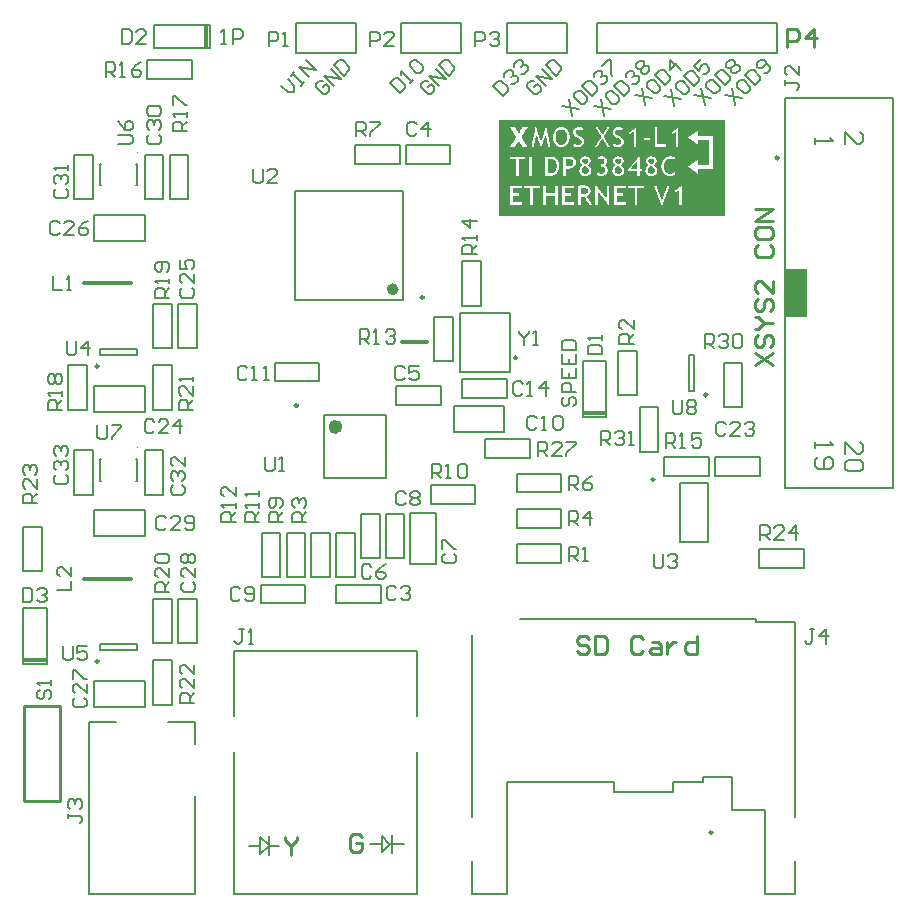
<source format=gto>
%FSLAX44Y44*%
%MOMM*%
G71*
G01*
G75*
G04 Layer_Color=65535*
%ADD10R,1.0000X1.3000*%
%ADD11R,1.5000X0.6500*%
%ADD12R,1.3000X1.0000*%
%ADD13R,1.5000X1.5000*%
%ADD14R,1.5000X1.5000*%
%ADD15R,1.0000X2.5000*%
%ADD16R,1.0000X3.5000*%
%ADD17R,2.7000X3.0000*%
%ADD18R,1.1000X3.7900*%
%ADD19R,1.4000X3.5000*%
%ADD20O,2.1000X0.3000*%
%ADD21O,0.3000X2.1000*%
%ADD22O,2.1000X0.7000*%
%ADD23R,0.6500X1.5000*%
%ADD24R,0.5500X1.6500*%
%ADD25R,1.3000X1.2500*%
%ADD26C,1.0000*%
%ADD27R,0.3000X1.5000*%
%ADD28R,1.5000X0.3000*%
%ADD29R,5.0000X2.1000*%
%ADD30R,1.2000X1.2000*%
%ADD31R,1.2000X1.2000*%
%ADD32C,0.2000*%
%ADD33C,0.3000*%
%ADD34C,0.5000*%
%ADD35C,0.8000*%
%ADD36C,0.5500*%
%ADD37C,1.0000*%
%ADD38C,1.7000*%
%ADD39C,0.6500*%
%ADD40C,0.2500*%
%ADD41C,5.0000*%
%ADD42C,1.5000*%
%ADD43C,1.5000*%
%ADD44R,1.5000X1.5000*%
%ADD45C,1.6000*%
%ADD46C,2.9500*%
%ADD47C,2.9500*%
%ADD48C,2.2000*%
%ADD49C,1.7000*%
%ADD50C,1.6500*%
%ADD51R,1.6500X1.6500*%
%ADD52C,0.9000*%
%ADD53C,1.3000*%
%ADD54O,2.0000X4.0000*%
%ADD55O,4.0000X2.0000*%
%ADD56O,4.5000X2.0000*%
%ADD57R,5.0000X5.0000*%
%ADD58C,0.7000*%
%ADD59C,0.6000*%
%ADD60C,0.1000*%
%ADD61C,0.2540*%
%ADD62C,0.1800*%
%ADD63C,0.0254*%
%ADD64C,0.1500*%
%ADD65R,1.9000X4.1000*%
D32*
X572500Y426500D02*
X577500D01*
X572500Y457500D02*
X577500D01*
Y426500D02*
Y457500D01*
X572500Y426500D02*
Y457500D01*
X337000Y323500D02*
X359000D01*
Y280500D02*
Y323500D01*
X337000Y280500D02*
X359000D01*
X337000D02*
Y323500D01*
X373500Y392000D02*
Y414000D01*
X416500D01*
Y392000D02*
Y414000D01*
X373500Y392000D02*
X416500D01*
X69500Y409000D02*
Y431000D01*
X112500D01*
Y409000D02*
Y431000D01*
X69500Y409000D02*
X112500D01*
X69500Y554000D02*
Y576000D01*
X112500D01*
Y554000D02*
Y576000D01*
X69500Y554000D02*
X112500D01*
X69500Y159000D02*
Y181000D01*
X112500D01*
Y159000D02*
Y181000D01*
X69500Y159000D02*
X112500D01*
X69500Y304000D02*
Y326000D01*
X112500D01*
Y304000D02*
Y326000D01*
X69500Y304000D02*
X112500D01*
X319250Y42870D02*
Y43600D01*
X312690Y49522D02*
X313141Y49709D01*
X200570Y41370D02*
X209680D01*
X218030Y41880D02*
X225880D01*
X217530Y34040D02*
Y49720D01*
X209930Y49220D02*
X217020Y42130D01*
Y41620D02*
Y42130D01*
X209930Y34530D02*
X217020Y41620D01*
X209930Y34530D02*
Y49220D01*
X187500Y1270D02*
X342500D01*
X187500D02*
Y121270D01*
Y151270D02*
Y207070D01*
X342500D01*
Y151270D02*
Y207070D01*
Y1270D02*
Y121270D01*
X312690Y36310D02*
Y49522D01*
Y36310D02*
X319250Y42870D01*
X313141Y49709D02*
X319250Y43600D01*
X321050Y35690D02*
Y51240D01*
X303070Y43650D02*
X312190D01*
X319780Y43400D02*
X331930D01*
X746000Y344900D02*
Y675100D01*
X654000Y344900D02*
Y675100D01*
X746000D01*
X654000Y344900D02*
X746000D01*
X663000Y1000D02*
Y28500D01*
X389000Y66500D02*
Y220000D01*
X559500Y87450D02*
Y95450D01*
X585000D02*
Y100450D01*
X630000Y231000D02*
Y234000D01*
X419000Y1000D02*
Y95450D01*
X509500D01*
X637500Y1000D02*
X663000D01*
X609500Y72450D02*
X637500D01*
X585000Y100450D02*
X609500D01*
X509500Y87450D02*
Y95450D01*
X429500Y234000D02*
X630000D01*
X509500Y87450D02*
X559500D01*
Y95450D02*
X585000D01*
X609500Y72450D02*
Y100450D01*
X389000Y1000D02*
X419000D01*
X637500D02*
Y72450D01*
X630000Y231000D02*
X663000D01*
X663000Y66500D02*
Y231000D01*
X389000Y1000D02*
Y28500D01*
X240300Y738700D02*
X291100D01*
X240300Y713300D02*
Y738700D01*
Y713300D02*
X291100D01*
Y738700D01*
X329300D02*
X380100D01*
X329300Y713300D02*
Y738700D01*
Y713300D02*
X380100D01*
Y738700D01*
X418500D02*
X469300D01*
X418500Y713300D02*
Y738700D01*
Y713300D02*
X469300D01*
Y738700D01*
X263500Y353500D02*
Y406500D01*
X316500Y353500D02*
Y406500D01*
X263500D02*
X316500D01*
X263500Y353500D02*
X316500D01*
X565000Y299000D02*
Y349000D01*
X589000Y299000D02*
Y349000D01*
X565000D02*
X589000D01*
X565000Y299000D02*
X589000D01*
X74500Y462500D02*
X105500D01*
X74500Y457500D02*
X105500D01*
Y462500D01*
X74500Y457500D02*
Y462500D01*
Y212500D02*
X105500D01*
X74500Y207500D02*
X105500D01*
Y212500D01*
X74500Y207500D02*
Y212500D01*
Y601000D02*
Y619000D01*
X105500Y601000D02*
Y619000D01*
X105000Y601000D02*
X105500D01*
X105000Y619000D02*
X105500D01*
X74500Y601000D02*
X75000D01*
X74500Y619000D02*
X75000D01*
X74500Y351000D02*
Y369000D01*
X105500Y351000D02*
Y369000D01*
X105000Y351000D02*
X105500D01*
X105000Y369000D02*
X105500D01*
X74500Y351000D02*
X75000D01*
X74500Y369000D02*
X75000D01*
X421000Y443000D02*
Y493000D01*
X379000Y443000D02*
X421000D01*
X379000D02*
Y493000D01*
X421000D01*
X65000Y147000D02*
X88000Y147000D01*
X65000Y1000D02*
Y147000D01*
Y1000D02*
X155000D01*
X132000Y147000D02*
X155000D01*
Y128000D02*
Y147000D01*
Y1000D02*
Y84000D01*
X239000Y596000D02*
X331000D01*
X239000Y504000D02*
Y596000D01*
Y504000D02*
X331000D01*
Y596000D01*
X483000Y452000D02*
X503000D01*
Y405000D02*
Y452000D01*
X483000Y405000D02*
Y452000D01*
Y405000D02*
X503000D01*
X483000Y407000D02*
X503000D01*
X483000Y409000D02*
X503000D01*
X120000Y717000D02*
Y737000D01*
X167000D01*
X120000Y717000D02*
X167000D01*
Y737000D01*
X165000Y717000D02*
Y737000D01*
X163000Y717000D02*
Y737000D01*
X9000Y243000D02*
X29000D01*
Y196000D02*
Y243000D01*
X9000Y196000D02*
Y243000D01*
Y196000D02*
X29000D01*
X9000Y198000D02*
X29000D01*
X9000Y200000D02*
X29000D01*
X494700Y713300D02*
X647100D01*
X494700Y738700D02*
X647100D01*
X494700Y713300D02*
Y738700D01*
X647100Y713300D02*
Y738700D01*
X498000Y381000D02*
Y392996D01*
X503998D01*
X505997Y390997D01*
Y386998D01*
X503998Y384999D01*
X498000D01*
X501999D02*
X505997Y381000D01*
X509996Y390997D02*
X511996Y392996D01*
X515994D01*
X517994Y390997D01*
Y388997D01*
X515994Y386998D01*
X513995D01*
X515994D01*
X517994Y384999D01*
Y382999D01*
X515994Y381000D01*
X511996D01*
X509996Y382999D01*
X521992Y381000D02*
X525991D01*
X523992D01*
Y392996D01*
X521992Y390997D01*
X559000Y418996D02*
Y408999D01*
X560999Y407000D01*
X564998D01*
X566997Y408999D01*
Y418996D01*
X570996Y416997D02*
X572995Y418996D01*
X576994D01*
X578993Y416997D01*
Y414997D01*
X576994Y412998D01*
X578993Y410999D01*
Y408999D01*
X576994Y407000D01*
X572995D01*
X570996Y408999D01*
Y410999D01*
X572995Y412998D01*
X570996Y414997D01*
Y416997D01*
X572995Y412998D02*
X576994D01*
X586000Y463000D02*
Y474996D01*
X591998D01*
X593997Y472997D01*
Y468998D01*
X591998Y466999D01*
X586000D01*
X589999D02*
X593997Y463000D01*
X597996Y472997D02*
X599995Y474996D01*
X603994D01*
X605993Y472997D01*
Y470997D01*
X603994Y468998D01*
X601995D01*
X603994D01*
X605993Y466999D01*
Y464999D01*
X603994Y463000D01*
X599995D01*
X597996Y464999D01*
X609992Y472997D02*
X611992Y474996D01*
X615990D01*
X617990Y472997D01*
Y464999D01*
X615990Y463000D01*
X611992D01*
X609992Y464999D01*
Y472997D01*
X633222Y300990D02*
Y312986D01*
X639220D01*
X641219Y310987D01*
Y306988D01*
X639220Y304989D01*
X633222D01*
X637221D02*
X641219Y300990D01*
X653215D02*
X645218D01*
X653215Y308987D01*
Y310987D01*
X651216Y312986D01*
X647217D01*
X645218Y310987D01*
X663212Y300990D02*
Y312986D01*
X657214Y306988D01*
X665212D01*
X23003Y173997D02*
X21004Y171998D01*
Y167999D01*
X23003Y166000D01*
X25003D01*
X27002Y167999D01*
Y171998D01*
X29001Y173997D01*
X31001D01*
X33000Y171998D01*
Y167999D01*
X31001Y166000D01*
X33000Y177996D02*
Y181995D01*
Y179995D01*
X21004D01*
X23003Y177996D01*
X678997Y224996D02*
X674999D01*
X676998D01*
Y214999D01*
X674999Y213000D01*
X672999D01*
X671000Y214999D01*
X688994Y213000D02*
Y224996D01*
X682996Y218998D01*
X690993D01*
X429000Y477996D02*
Y475997D01*
X432999Y471998D01*
X436997Y475997D01*
Y477996D01*
X432999Y471998D02*
Y466000D01*
X440996D02*
X444995D01*
X442995D01*
Y477996D01*
X440996Y475997D01*
X72000Y397996D02*
Y387999D01*
X73999Y386000D01*
X77998D01*
X79997Y387999D01*
Y397996D01*
X83996D02*
X91994D01*
Y395997D01*
X83996Y387999D01*
Y386000D01*
X89754Y635750D02*
X99751D01*
X101750Y637749D01*
Y641748D01*
X99751Y643747D01*
X89754D01*
Y655743D02*
X91753Y651745D01*
X95752Y647746D01*
X99751D01*
X101750Y649745D01*
Y653744D01*
X99751Y655743D01*
X97751D01*
X95752Y653744D01*
Y647746D01*
X43000Y210996D02*
Y200999D01*
X44999Y199000D01*
X48998D01*
X50997Y200999D01*
Y210996D01*
X62993D02*
X54996D01*
Y204998D01*
X58995Y206997D01*
X60994D01*
X62993Y204998D01*
Y200999D01*
X60994Y199000D01*
X56996D01*
X54996Y200999D01*
X46000Y468996D02*
Y458999D01*
X47999Y457000D01*
X51998D01*
X53997Y458999D01*
Y468996D01*
X63994Y457000D02*
Y468996D01*
X57996Y462998D01*
X65993D01*
X543000Y288996D02*
Y278999D01*
X544999Y277000D01*
X548998D01*
X550997Y278999D01*
Y288996D01*
X554996Y286997D02*
X556996Y288996D01*
X560994D01*
X562994Y286997D01*
Y284997D01*
X560994Y282998D01*
X558995D01*
X560994D01*
X562994Y280999D01*
Y278999D01*
X560994Y277000D01*
X556996D01*
X554996Y278999D01*
X204000Y614996D02*
Y604999D01*
X205999Y603000D01*
X209998D01*
X211997Y604999D01*
Y614996D01*
X223994Y603000D02*
X215996D01*
X223994Y610997D01*
Y612997D01*
X221994Y614996D01*
X217995D01*
X215996Y612997D01*
X214000Y370996D02*
Y360999D01*
X215999Y359000D01*
X219998D01*
X221997Y360999D01*
Y370996D01*
X225996Y359000D02*
X229995D01*
X227995D01*
Y370996D01*
X225996Y368997D01*
X21000Y332000D02*
X9004D01*
Y337998D01*
X11003Y339997D01*
X15002D01*
X17001Y337998D01*
Y332000D01*
Y335999D02*
X21000Y339997D01*
Y351993D02*
Y343996D01*
X13003Y351993D01*
X11003D01*
X9004Y349994D01*
Y345995D01*
X11003Y343996D01*
Y355992D02*
X9004Y357992D01*
Y361990D01*
X11003Y363990D01*
X13003D01*
X15002Y361990D01*
Y359991D01*
Y361990D01*
X17001Y363990D01*
X19001D01*
X21000Y361990D01*
Y357992D01*
X19001Y355992D01*
X154000Y163000D02*
X142004D01*
Y168998D01*
X144003Y170997D01*
X148002D01*
X150001Y168998D01*
Y163000D01*
Y166999D02*
X154000Y170997D01*
Y182994D02*
Y174996D01*
X146003Y182994D01*
X144003D01*
X142004Y180994D01*
Y176996D01*
X144003Y174996D01*
X154000Y194990D02*
Y186992D01*
X146003Y194990D01*
X144003D01*
X142004Y192990D01*
Y188992D01*
X144003Y186992D01*
X153000Y411000D02*
X141004D01*
Y416998D01*
X143003Y418997D01*
X147002D01*
X149001Y416998D01*
Y411000D01*
Y414999D02*
X153000Y418997D01*
Y430993D02*
Y422996D01*
X145003Y430993D01*
X143003D01*
X141004Y428994D01*
Y424995D01*
X143003Y422996D01*
X153000Y434992D02*
Y438991D01*
Y436992D01*
X141004D01*
X143003Y434992D01*
X133000Y257000D02*
X121004D01*
Y262998D01*
X123003Y264997D01*
X127002D01*
X129001Y262998D01*
Y257000D01*
Y260999D02*
X133000Y264997D01*
Y276994D02*
Y268996D01*
X125003Y276994D01*
X123003D01*
X121004Y274994D01*
Y270996D01*
X123003Y268996D01*
Y280992D02*
X121004Y282992D01*
Y286990D01*
X123003Y288990D01*
X131001D01*
X133000Y286990D01*
Y282992D01*
X131001Y280992D01*
X123003D01*
X133000Y506000D02*
X121004D01*
Y511998D01*
X123003Y513997D01*
X127002D01*
X129001Y511998D01*
Y506000D01*
Y509999D02*
X133000Y513997D01*
Y517996D02*
Y521995D01*
Y519995D01*
X121004D01*
X123003Y517996D01*
X131001Y527993D02*
X133000Y529992D01*
Y533991D01*
X131001Y535990D01*
X123003D01*
X121004Y533991D01*
Y529992D01*
X123003Y527993D01*
X125003D01*
X127002Y529992D01*
Y535990D01*
X42000Y411000D02*
X30004D01*
Y416998D01*
X32003Y418997D01*
X36002D01*
X38001Y416998D01*
Y411000D01*
Y414999D02*
X42000Y418997D01*
Y422996D02*
Y426995D01*
Y424995D01*
X30004D01*
X32003Y422996D01*
Y432993D02*
X30004Y434992D01*
Y438991D01*
X32003Y440990D01*
X34003D01*
X36002Y438991D01*
X38001Y440990D01*
X40001D01*
X42000Y438991D01*
Y434992D01*
X40001Y432993D01*
X38001D01*
X36002Y434992D01*
X34003Y432993D01*
X32003D01*
X36002Y434992D02*
Y438991D01*
X148000Y647000D02*
X136004D01*
Y652998D01*
X138003Y654997D01*
X142002D01*
X144001Y652998D01*
Y647000D01*
Y650999D02*
X148000Y654997D01*
Y658996D02*
Y662995D01*
Y660995D01*
X136004D01*
X138003Y658996D01*
X136004Y668993D02*
Y676990D01*
X138003D01*
X146001Y668993D01*
X148000D01*
X79000Y693000D02*
Y704996D01*
X84998D01*
X86997Y702997D01*
Y698998D01*
X84998Y696999D01*
X79000D01*
X82999D02*
X86997Y693000D01*
X90996D02*
X94995D01*
X92996D01*
Y704996D01*
X90996Y702997D01*
X108990Y704996D02*
X104992Y702997D01*
X100993Y698998D01*
Y694999D01*
X102992Y693000D01*
X106991D01*
X108990Y694999D01*
Y696999D01*
X106991Y698998D01*
X100993D01*
X553212Y378968D02*
Y390964D01*
X559210D01*
X561209Y388965D01*
Y384966D01*
X559210Y382967D01*
X553212D01*
X557211D02*
X561209Y378968D01*
X565208D02*
X569207D01*
X567207D01*
Y390964D01*
X565208Y388965D01*
X583202Y390964D02*
X575205D01*
Y384966D01*
X579204Y386965D01*
X581203D01*
X583202Y384966D01*
Y380967D01*
X581203Y378968D01*
X577204D01*
X575205Y380967D01*
X393078Y542565D02*
X381082D01*
Y548563D01*
X383082Y550562D01*
X387080D01*
X389080Y548563D01*
Y542565D01*
Y546563D02*
X393078Y550562D01*
Y554561D02*
Y558559D01*
Y556560D01*
X381082D01*
X383082Y554561D01*
X393078Y570556D02*
X381082D01*
X387080Y564558D01*
Y572555D01*
X294000Y467000D02*
Y478996D01*
X299998D01*
X301997Y476997D01*
Y472998D01*
X299998Y470999D01*
X294000D01*
X297999D02*
X301997Y467000D01*
X305996D02*
X309995D01*
X307995D01*
Y478996D01*
X305996Y476997D01*
X315993D02*
X317992Y478996D01*
X321991D01*
X323990Y476997D01*
Y474997D01*
X321991Y472998D01*
X319992D01*
X321991D01*
X323990Y470999D01*
Y468999D01*
X321991Y467000D01*
X317992D01*
X315993Y468999D01*
X189000Y316000D02*
X177004D01*
Y321998D01*
X179003Y323997D01*
X183002D01*
X185001Y321998D01*
Y316000D01*
Y319999D02*
X189000Y323997D01*
Y327996D02*
Y331995D01*
Y329995D01*
X177004D01*
X179003Y327996D01*
X189000Y345990D02*
Y337993D01*
X181003Y345990D01*
X179003D01*
X177004Y343991D01*
Y339992D01*
X179003Y337993D01*
X209000Y316000D02*
X197004D01*
Y321998D01*
X199003Y323997D01*
X203002D01*
X205001Y321998D01*
Y316000D01*
Y319999D02*
X209000Y323997D01*
Y327996D02*
Y331995D01*
Y329995D01*
X197004D01*
X199003Y327996D01*
X209000Y337993D02*
Y341992D01*
Y339992D01*
X197004D01*
X199003Y337993D01*
X355000Y353000D02*
Y364996D01*
X360998D01*
X362997Y362997D01*
Y358998D01*
X360998Y356999D01*
X355000D01*
X358999D02*
X362997Y353000D01*
X366996D02*
X370995D01*
X368996D01*
Y364996D01*
X366996Y362997D01*
X376993D02*
X378992Y364996D01*
X382991D01*
X384990Y362997D01*
Y354999D01*
X382991Y353000D01*
X378992D01*
X376993Y354999D01*
Y362997D01*
X229000Y316000D02*
X217004D01*
Y321998D01*
X219003Y323997D01*
X223002D01*
X225001Y321998D01*
Y316000D01*
Y319999D02*
X229000Y323997D01*
X227001Y327996D02*
X229000Y329995D01*
Y333994D01*
X227001Y335993D01*
X219003D01*
X217004Y333994D01*
Y329995D01*
X219003Y327996D01*
X221003D01*
X223002Y329995D01*
Y335993D01*
X291084Y642874D02*
Y654870D01*
X297082D01*
X299081Y652871D01*
Y648872D01*
X297082Y646873D01*
X291084D01*
X295083D02*
X299081Y642874D01*
X303080Y654870D02*
X311077D01*
Y652871D01*
X303080Y644873D01*
Y642874D01*
X471000Y343000D02*
Y354996D01*
X476998D01*
X478997Y352997D01*
Y348998D01*
X476998Y346999D01*
X471000D01*
X474999D02*
X478997Y343000D01*
X490993Y354996D02*
X486995Y352997D01*
X482996Y348998D01*
Y344999D01*
X484995Y343000D01*
X488994D01*
X490993Y344999D01*
Y346999D01*
X488994Y348998D01*
X482996D01*
X471000Y313000D02*
Y324996D01*
X476998D01*
X478997Y322997D01*
Y318998D01*
X476998Y316999D01*
X471000D01*
X474999D02*
X478997Y313000D01*
X488994D02*
Y324996D01*
X482996Y318998D01*
X490993D01*
X249000Y316000D02*
X237004D01*
Y321998D01*
X239003Y323997D01*
X243002D01*
X245001Y321998D01*
Y316000D01*
Y319999D02*
X249000Y323997D01*
X239003Y327996D02*
X237004Y329995D01*
Y333994D01*
X239003Y335993D01*
X241003D01*
X243002Y333994D01*
Y331995D01*
Y333994D01*
X245001Y335993D01*
X247001D01*
X249000Y333994D01*
Y329995D01*
X247001Y327996D01*
X526000Y467000D02*
X514004D01*
Y472998D01*
X516003Y474997D01*
X520002D01*
X522001Y472998D01*
Y467000D01*
Y470999D02*
X526000Y474997D01*
Y486993D02*
Y478996D01*
X518003Y486993D01*
X516003D01*
X514004Y484994D01*
Y480995D01*
X516003Y478996D01*
X471000Y283000D02*
Y294996D01*
X476998D01*
X478997Y292997D01*
Y288998D01*
X476998Y286999D01*
X471000D01*
X474999D02*
X478997Y283000D01*
X482996D02*
X486995D01*
X484995D01*
Y294996D01*
X482996Y292997D01*
X38004Y258000D02*
X50000D01*
Y265997D01*
Y277994D02*
Y269996D01*
X42003Y277994D01*
X40003D01*
X38004Y275994D01*
Y271996D01*
X40003Y269996D01*
X34000Y523996D02*
Y512000D01*
X41997D01*
X45996D02*
X49995D01*
X47996D01*
Y523996D01*
X45996Y521997D01*
X47004Y68997D02*
Y64999D01*
Y66998D01*
X57001D01*
X59000Y64999D01*
Y62999D01*
X57001Y61000D01*
X49003Y72996D02*
X47004Y74995D01*
Y78994D01*
X49003Y80993D01*
X51003D01*
X53002Y78994D01*
Y76995D01*
Y78994D01*
X55001Y80993D01*
X57001D01*
X59000Y78994D01*
Y74995D01*
X57001Y72996D01*
X654004Y689997D02*
Y685999D01*
Y687998D01*
X664001D01*
X666000Y685999D01*
Y683999D01*
X664001Y682000D01*
X666000Y701993D02*
Y693996D01*
X658003Y701993D01*
X656003D01*
X654004Y699994D01*
Y695995D01*
X656003Y693996D01*
X195997Y224996D02*
X191999D01*
X193998D01*
Y214999D01*
X191999Y213000D01*
X189999D01*
X188000Y214999D01*
X199996Y213000D02*
X203995D01*
X201996D01*
Y224996D01*
X199996Y222997D01*
X9000Y259996D02*
Y248000D01*
X14998D01*
X16997Y249999D01*
Y257997D01*
X14998Y259996D01*
X9000D01*
X20996Y257997D02*
X22996Y259996D01*
X26994D01*
X28993Y257997D01*
Y255997D01*
X26994Y253998D01*
X24995D01*
X26994D01*
X28993Y251999D01*
Y249999D01*
X26994Y248000D01*
X22996D01*
X20996Y249999D01*
X93000Y732996D02*
Y721000D01*
X98998D01*
X100997Y722999D01*
Y730997D01*
X98998Y732996D01*
X93000D01*
X112993Y721000D02*
X104996D01*
X112993Y728997D01*
Y730997D01*
X110994Y732996D01*
X106995D01*
X104996Y730997D01*
X487004Y458000D02*
X499000D01*
Y463998D01*
X497001Y465997D01*
X489003D01*
X487004Y463998D01*
Y458000D01*
X499000Y469996D02*
Y473995D01*
Y471996D01*
X487004D01*
X489003Y469996D01*
X37003Y355997D02*
X35004Y353998D01*
Y349999D01*
X37003Y348000D01*
X45001D01*
X47000Y349999D01*
Y353998D01*
X45001Y355997D01*
X37003Y359996D02*
X35004Y361996D01*
Y365994D01*
X37003Y367994D01*
X39003D01*
X41002Y365994D01*
Y363995D01*
Y365994D01*
X43001Y367994D01*
X45001D01*
X47000Y365994D01*
Y361996D01*
X45001Y359996D01*
X37003Y371992D02*
X35004Y373992D01*
Y377990D01*
X37003Y379990D01*
X39003D01*
X41002Y377990D01*
Y375991D01*
Y377990D01*
X43001Y379990D01*
X45001D01*
X47000Y377990D01*
Y373992D01*
X45001Y371992D01*
X136003Y346997D02*
X134004Y344998D01*
Y340999D01*
X136003Y339000D01*
X144001D01*
X146000Y340999D01*
Y344998D01*
X144001Y346997D01*
X136003Y350996D02*
X134004Y352995D01*
Y356994D01*
X136003Y358993D01*
X138003D01*
X140002Y356994D01*
Y354995D01*
Y356994D01*
X142001Y358993D01*
X144001D01*
X146000Y356994D01*
Y352995D01*
X144001Y350996D01*
X146000Y370990D02*
Y362992D01*
X138003Y370990D01*
X136003D01*
X134004Y368990D01*
Y364992D01*
X136003Y362992D01*
X37003Y597997D02*
X35004Y595998D01*
Y591999D01*
X37003Y590000D01*
X45001D01*
X47000Y591999D01*
Y595998D01*
X45001Y597997D01*
X37003Y601996D02*
X35004Y603996D01*
Y607994D01*
X37003Y609994D01*
X39003D01*
X41002Y607994D01*
Y605995D01*
Y607994D01*
X43001Y609994D01*
X45001D01*
X47000Y607994D01*
Y603996D01*
X45001Y601996D01*
X47000Y613992D02*
Y617991D01*
Y615992D01*
X35004D01*
X37003Y613992D01*
X116003Y643997D02*
X114004Y641998D01*
Y637999D01*
X116003Y636000D01*
X124001D01*
X126000Y637999D01*
Y641998D01*
X124001Y643997D01*
X116003Y647996D02*
X114004Y649995D01*
Y653994D01*
X116003Y655993D01*
X118003D01*
X120002Y653994D01*
Y651995D01*
Y653994D01*
X122001Y655993D01*
X124001D01*
X126000Y653994D01*
Y649995D01*
X124001Y647996D01*
X116003Y659992D02*
X114004Y661992D01*
Y665990D01*
X116003Y667990D01*
X124001D01*
X126000Y665990D01*
Y661992D01*
X124001Y659992D01*
X116003D01*
X129997Y318997D02*
X127998Y320996D01*
X123999D01*
X122000Y318997D01*
Y310999D01*
X123999Y309000D01*
X127998D01*
X129997Y310999D01*
X141994Y309000D02*
X133996D01*
X141994Y316997D01*
Y318997D01*
X139994Y320996D01*
X135996D01*
X133996Y318997D01*
X145992Y310999D02*
X147992Y309000D01*
X151990D01*
X153990Y310999D01*
Y318997D01*
X151990Y320996D01*
X147992D01*
X145992Y318997D01*
Y316997D01*
X147992Y314998D01*
X153990D01*
X145003Y264997D02*
X143004Y262998D01*
Y258999D01*
X145003Y257000D01*
X153001D01*
X155000Y258999D01*
Y262998D01*
X153001Y264997D01*
X155000Y276994D02*
Y268996D01*
X147003Y276994D01*
X145003D01*
X143004Y274994D01*
Y270996D01*
X145003Y268996D01*
Y280992D02*
X143004Y282992D01*
Y286990D01*
X145003Y288990D01*
X147003D01*
X149002Y286990D01*
X151001Y288990D01*
X153001D01*
X155000Y286990D01*
Y282992D01*
X153001Y280992D01*
X151001D01*
X149002Y282992D01*
X147003Y280992D01*
X145003D01*
X149002Y282992D02*
Y286990D01*
X53003Y166997D02*
X51004Y164998D01*
Y160999D01*
X53003Y159000D01*
X61001D01*
X63000Y160999D01*
Y164998D01*
X61001Y166997D01*
X63000Y178993D02*
Y170996D01*
X55003Y178993D01*
X53003D01*
X51004Y176994D01*
Y172995D01*
X53003Y170996D01*
X51004Y182992D02*
Y190990D01*
X53003D01*
X61001Y182992D01*
X63000D01*
X39997Y568997D02*
X37998Y570996D01*
X33999D01*
X32000Y568997D01*
Y560999D01*
X33999Y559000D01*
X37998D01*
X39997Y560999D01*
X51993Y559000D02*
X43996D01*
X51993Y566997D01*
Y568997D01*
X49994Y570996D01*
X45995D01*
X43996Y568997D01*
X63990Y570996D02*
X59991Y568997D01*
X55992Y564998D01*
Y560999D01*
X57992Y559000D01*
X61990D01*
X63990Y560999D01*
Y562999D01*
X61990Y564998D01*
X55992D01*
X144003Y513997D02*
X142004Y511998D01*
Y507999D01*
X144003Y506000D01*
X152001D01*
X154000Y507999D01*
Y511998D01*
X152001Y513997D01*
X154000Y525993D02*
Y517996D01*
X146003Y525993D01*
X144003D01*
X142004Y523994D01*
Y519995D01*
X144003Y517996D01*
X142004Y537990D02*
Y529992D01*
X148002D01*
X146003Y533991D01*
Y535990D01*
X148002Y537990D01*
X152001D01*
X154000Y535990D01*
Y531992D01*
X152001Y529992D01*
X119997Y400997D02*
X117998Y402996D01*
X113999D01*
X112000Y400997D01*
Y392999D01*
X113999Y391000D01*
X117998D01*
X119997Y392999D01*
X131994Y391000D02*
X123996D01*
X131994Y398997D01*
Y400997D01*
X129994Y402996D01*
X125996D01*
X123996Y400997D01*
X141990Y391000D02*
Y402996D01*
X135992Y396998D01*
X143990D01*
X603997Y398997D02*
X601998Y400996D01*
X597999D01*
X596000Y398997D01*
Y390999D01*
X597999Y389000D01*
X601998D01*
X603997Y390999D01*
X615993Y389000D02*
X607996D01*
X615993Y396997D01*
Y398997D01*
X613994Y400996D01*
X609995D01*
X607996Y398997D01*
X619992D02*
X621992Y400996D01*
X625990D01*
X627990Y398997D01*
Y396997D01*
X625990Y394998D01*
X623991D01*
X625990D01*
X627990Y392999D01*
Y390999D01*
X625990Y389000D01*
X621992D01*
X619992Y390999D01*
X431997Y432997D02*
X429998Y434996D01*
X425999D01*
X424000Y432997D01*
Y424999D01*
X425999Y423000D01*
X429998D01*
X431997Y424999D01*
X435996Y423000D02*
X439995D01*
X437995D01*
Y434996D01*
X435996Y432997D01*
X451991Y423000D02*
Y434996D01*
X445993Y428998D01*
X453990D01*
X198997Y445997D02*
X196998Y447996D01*
X192999D01*
X191000Y445997D01*
Y437999D01*
X192999Y436000D01*
X196998D01*
X198997Y437999D01*
X202996Y436000D02*
X206995D01*
X204995D01*
Y447996D01*
X202996Y445997D01*
X212993Y436000D02*
X216992D01*
X214992D01*
Y447996D01*
X212993Y445997D01*
X443997Y403997D02*
X441998Y405996D01*
X437999D01*
X436000Y403997D01*
Y395999D01*
X437999Y394000D01*
X441998D01*
X443997Y395999D01*
X447996Y394000D02*
X451995D01*
X449995D01*
Y405996D01*
X447996Y403997D01*
X457993D02*
X459992Y405996D01*
X463991D01*
X465990Y403997D01*
Y395999D01*
X463991Y394000D01*
X459992D01*
X457993Y395999D01*
Y403997D01*
X192997Y258997D02*
X190998Y260996D01*
X186999D01*
X185000Y258997D01*
Y250999D01*
X186999Y249000D01*
X190998D01*
X192997Y250999D01*
X196996D02*
X198995Y249000D01*
X202994D01*
X204993Y250999D01*
Y258997D01*
X202994Y260996D01*
X198995D01*
X196996Y258997D01*
Y256997D01*
X198995Y254998D01*
X204993D01*
X332997Y339997D02*
X330998Y341996D01*
X326999D01*
X325000Y339997D01*
Y331999D01*
X326999Y330000D01*
X330998D01*
X332997Y331999D01*
X336996Y339997D02*
X338996Y341996D01*
X342994D01*
X344994Y339997D01*
Y337997D01*
X342994Y335998D01*
X344994Y333999D01*
Y331999D01*
X342994Y330000D01*
X338996D01*
X336996Y331999D01*
Y333999D01*
X338996Y335998D01*
X336996Y337997D01*
Y339997D01*
X338996Y335998D02*
X342994D01*
X366003Y288997D02*
X364004Y286998D01*
Y282999D01*
X366003Y281000D01*
X374001D01*
X376000Y282999D01*
Y286998D01*
X374001Y288997D01*
X364004Y292996D02*
Y300993D01*
X366003D01*
X374001Y292996D01*
X376000D01*
X303997Y277997D02*
X301998Y279996D01*
X297999D01*
X296000Y277997D01*
Y269999D01*
X297999Y268000D01*
X301998D01*
X303997Y269999D01*
X315993Y279996D02*
X311995Y277997D01*
X307996Y273998D01*
Y269999D01*
X309995Y268000D01*
X313994D01*
X315993Y269999D01*
Y271999D01*
X313994Y273998D01*
X307996D01*
X331997Y445997D02*
X329998Y447996D01*
X325999D01*
X324000Y445997D01*
Y437999D01*
X325999Y436000D01*
X329998D01*
X331997Y437999D01*
X343993Y447996D02*
X335996D01*
Y441998D01*
X339995Y443997D01*
X341994D01*
X343993Y441998D01*
Y437999D01*
X341994Y436000D01*
X337995D01*
X335996Y437999D01*
X342261Y652871D02*
X340262Y654870D01*
X336263D01*
X334264Y652871D01*
Y644873D01*
X336263Y642874D01*
X340262D01*
X342261Y644873D01*
X352258Y642874D02*
Y654870D01*
X346260Y648872D01*
X354258D01*
X324997Y259997D02*
X322998Y261996D01*
X318999D01*
X317000Y259997D01*
Y251999D01*
X318999Y250000D01*
X322998D01*
X324997Y251999D01*
X328996Y259997D02*
X330995Y261996D01*
X334994D01*
X336993Y259997D01*
Y257997D01*
X334994Y255998D01*
X332995D01*
X334994D01*
X336993Y253999D01*
Y251999D01*
X334994Y250000D01*
X330995D01*
X328996Y251999D01*
X217000Y719000D02*
Y730996D01*
X222998D01*
X224997Y728997D01*
Y724998D01*
X222998Y722999D01*
X217000D01*
X228996Y719000D02*
X232995D01*
X230996D01*
Y730996D01*
X228996Y728997D01*
X303000Y719000D02*
Y730996D01*
X308998D01*
X310997Y728997D01*
Y724998D01*
X308998Y722999D01*
X303000D01*
X322994Y719000D02*
X314996D01*
X322994Y726997D01*
Y728997D01*
X320994Y730996D01*
X316996D01*
X314996Y728997D01*
X392000Y719000D02*
Y730996D01*
X397998D01*
X399997Y728997D01*
Y724998D01*
X397998Y722999D01*
X392000D01*
X403996Y728997D02*
X405995Y730996D01*
X409994D01*
X411993Y728997D01*
Y726997D01*
X409994Y724998D01*
X407995D01*
X409994D01*
X411993Y722999D01*
Y720999D01*
X409994Y719000D01*
X405995D01*
X403996Y720999D01*
X445000Y372000D02*
Y383996D01*
X450998D01*
X452997Y381997D01*
Y377998D01*
X450998Y375999D01*
X445000D01*
X448999D02*
X452997Y372000D01*
X464994D02*
X456996D01*
X464994Y379997D01*
Y381997D01*
X462994Y383996D01*
X458996D01*
X456996Y381997D01*
X468992Y383996D02*
X476990D01*
Y381997D01*
X468992Y373999D01*
Y372000D01*
X177000Y721000D02*
X180999D01*
X178999D01*
Y732996D01*
X177000Y730997D01*
X186997Y721000D02*
Y732996D01*
X192995D01*
X194994Y730997D01*
Y726998D01*
X192995Y724999D01*
X186997D01*
X227518Y685482D02*
X233172Y679827D01*
X238827D01*
X238827Y685482D01*
X233172Y691138D01*
X236000Y693965D02*
X238827Y696793D01*
X237414Y695379D01*
X245896Y686896D01*
X244482Y685482D01*
X247310Y688310D01*
X251551Y692551D02*
X243069Y701034D01*
X257206Y698206D01*
X248724Y706689D01*
X262586Y689724D02*
X259759Y689724D01*
X256931Y686896D01*
X256931Y684069D01*
X262586Y678414D01*
X265414D01*
X268241Y681241D01*
Y684069D01*
X265414Y686896D01*
X262586Y684069D01*
X272482Y685482D02*
X264000Y693965D01*
X278138Y691138D01*
X269655Y699620D01*
X272482Y702448D02*
X280965Y693965D01*
X285206Y698206D01*
Y701034D01*
X279551Y706689D01*
X276724Y706689D01*
X272482Y702448D01*
X319517Y687483D02*
X328000Y679000D01*
X332241Y683241D01*
Y686069D01*
X326586Y691724D01*
X323759Y691724D01*
X319517Y687483D01*
X336483D02*
X339310Y690310D01*
X337896Y688896D01*
X329414Y697379D01*
X329414Y694551D01*
X336483Y701620D02*
X336483Y704448D01*
X339310Y707275D01*
X342138Y707275D01*
X347793Y701620D01*
Y698793D01*
X344965Y695965D01*
X342138D01*
X336483Y701620D01*
X351586Y689724D02*
X348759Y689724D01*
X345931Y686896D01*
X345931Y684069D01*
X351586Y678414D01*
X354414D01*
X357241Y681241D01*
Y684069D01*
X354414Y686896D01*
X351586Y684069D01*
X361483Y685483D02*
X353000Y693965D01*
X367138Y691138D01*
X358655Y699620D01*
X361483Y702448D02*
X369965Y693965D01*
X374206Y698206D01*
Y701034D01*
X368551Y706689D01*
X365724Y706689D01*
X361483Y702448D01*
X406517Y685483D02*
X415000Y677000D01*
X419241Y681241D01*
Y684069D01*
X413586Y689724D01*
X410759Y689724D01*
X406517Y685483D01*
X416414Y692551D02*
X416414Y695379D01*
X419241Y698206D01*
X422069Y698206D01*
X423483Y696793D01*
Y693965D01*
X422069Y692551D01*
X423483Y693965D01*
X426310D01*
X427724Y692551D01*
Y689724D01*
X424896Y686896D01*
X422069D01*
X424896Y701034D02*
X424896Y703861D01*
X427724Y706689D01*
X430551Y706689D01*
X431965Y705275D01*
Y702448D01*
X430551Y701034D01*
X431965Y702448D01*
X434793D01*
X436206Y701034D01*
Y698206D01*
X433379Y695379D01*
X430551D01*
X441586Y689724D02*
X438759Y689724D01*
X435931Y686896D01*
X435931Y684069D01*
X441586Y678414D01*
X444414D01*
X447241Y681241D01*
Y684069D01*
X444414Y686896D01*
X441586Y684069D01*
X451483Y685482D02*
X443000Y693965D01*
X457138Y691138D01*
X448655Y699620D01*
X451483Y702448D02*
X459965Y693965D01*
X464206Y698206D01*
Y701034D01*
X458551Y706689D01*
X455724Y706689D01*
X451483Y702448D01*
X467003Y421997D02*
X465004Y419998D01*
Y415999D01*
X467003Y414000D01*
X469003D01*
X471002Y415999D01*
Y419998D01*
X473001Y421997D01*
X475001D01*
X477000Y419998D01*
Y415999D01*
X475001Y414000D01*
X477000Y425996D02*
X465004D01*
Y431994D01*
X467003Y433993D01*
X471002D01*
X473001Y431994D01*
Y425996D01*
X465004Y445990D02*
Y437992D01*
X477000D01*
Y445990D01*
X471002Y437992D02*
Y441991D01*
X465004Y457986D02*
Y449988D01*
X477000D01*
Y457986D01*
X471002Y449988D02*
Y453987D01*
X465004Y461984D02*
X477000D01*
Y467982D01*
X475001Y469982D01*
X467003D01*
X465004Y467982D01*
Y461984D01*
X527518Y677483D02*
X541655Y674655D01*
X533172Y683138D02*
X536000Y669000D01*
X537414Y684551D02*
X537414Y687379D01*
X540241Y690206D01*
X543069Y690206D01*
X548724Y684551D01*
Y681724D01*
X545896Y678896D01*
X543069D01*
X537414Y684551D01*
X544482Y694448D02*
X552965Y685965D01*
X557206Y690206D01*
Y693034D01*
X551551Y698689D01*
X548724Y698689D01*
X544482Y694448D01*
X565689Y698689D02*
X557206Y707171D01*
Y698689D01*
X562861Y704344D01*
X551917Y676482D02*
X566055Y673655D01*
X557573Y682138D02*
X560400Y668000D01*
X561814Y683551D02*
X561814Y686379D01*
X564641Y689206D01*
X567469Y689206D01*
X573124Y683551D01*
Y680724D01*
X570296Y677896D01*
X567469D01*
X561814Y683551D01*
X568882Y693448D02*
X577365Y684965D01*
X581606Y689206D01*
Y692034D01*
X575951Y697689D01*
X573124Y697689D01*
X568882Y693448D01*
X583020Y707585D02*
X577365Y701930D01*
X581606Y697689D01*
X583020Y701930D01*
X584434Y703344D01*
X587261D01*
X590089Y700516D01*
Y697689D01*
X587261Y694861D01*
X584434D01*
X577518Y677483D02*
X591655Y674655D01*
X583172Y683138D02*
X586000Y669000D01*
X587414Y684551D02*
X587414Y687379D01*
X590241Y690206D01*
X593069Y690206D01*
X598724Y684551D01*
Y681724D01*
X595896Y678896D01*
X593069D01*
X587414Y684551D01*
X594482Y694448D02*
X602965Y685965D01*
X607206Y690206D01*
Y693034D01*
X601551Y698689D01*
X598724Y698689D01*
X594482Y694448D01*
X604379Y701516D02*
X604379Y704344D01*
X607206Y707171D01*
X610034Y707171D01*
X611448Y705758D01*
Y702930D01*
X614275D01*
X615689Y701516D01*
Y698689D01*
X612861Y695861D01*
X610034D01*
X608620Y697275D01*
Y700103D01*
X605793D01*
X604379Y701516D01*
X608620Y700103D02*
X611448Y702930D01*
X603517Y677483D02*
X617655Y674655D01*
X609173Y683138D02*
X612000Y669000D01*
X613414Y684551D02*
X613414Y687379D01*
X616241Y690206D01*
X619069Y690206D01*
X624724Y684551D01*
Y681724D01*
X621896Y678896D01*
X619069D01*
X613414Y684551D01*
X620482Y694448D02*
X628965Y685965D01*
X633206Y690206D01*
Y693034D01*
X627551Y698689D01*
X624724Y698689D01*
X620482Y694448D01*
X636034Y695861D02*
X638861D01*
X641689Y698689D01*
Y701516D01*
X636034Y707171D01*
X633206Y707171D01*
X630379Y704344D01*
X630379Y701516D01*
X631793Y700103D01*
X634620D01*
X638861Y704344D01*
X465518Y668483D02*
X479655Y665655D01*
X471172Y674137D02*
X474000Y660000D01*
X475414Y675551D02*
X475414Y678379D01*
X478241Y681206D01*
X481069Y681206D01*
X486724Y675551D01*
Y672724D01*
X483896Y669896D01*
X481069D01*
X475414Y675551D01*
X482483Y685448D02*
X490965Y676965D01*
X495206Y681206D01*
Y684034D01*
X489551Y689689D01*
X486724Y689689D01*
X482483Y685448D01*
X492379Y692516D02*
X492379Y695344D01*
X495206Y698171D01*
X498034Y698171D01*
X499448Y696758D01*
Y693930D01*
X498034Y692516D01*
X499448Y693930D01*
X502275D01*
X503689Y692516D01*
Y689689D01*
X500861Y686861D01*
X498034D01*
X499448Y702413D02*
X505103Y708068D01*
X506516Y706654D01*
Y695344D01*
X507930Y693930D01*
X492518Y668483D02*
X506655Y665655D01*
X498172Y674138D02*
X501000Y660000D01*
X502414Y675551D02*
X502414Y678379D01*
X505241Y681206D01*
X508069Y681206D01*
X513724Y675551D01*
Y672724D01*
X510896Y669896D01*
X508069D01*
X502414Y675551D01*
X509482Y685448D02*
X517965Y676965D01*
X522206Y681206D01*
Y684034D01*
X516551Y689689D01*
X513724Y689689D01*
X509482Y685448D01*
X519379Y692516D02*
X519379Y695344D01*
X522206Y698171D01*
X525034Y698171D01*
X526448Y696758D01*
Y693930D01*
X525034Y692516D01*
X526448Y693930D01*
X529275D01*
X530689Y692516D01*
Y689689D01*
X527861Y686861D01*
X525034D01*
X527861Y700999D02*
X527861Y703826D01*
X530689Y706654D01*
X533516Y706654D01*
X534930Y705240D01*
Y702413D01*
X537758D01*
X539171Y700999D01*
Y698171D01*
X536344Y695344D01*
X533516D01*
X532103Y696758D01*
Y699585D01*
X529275D01*
X527861Y700999D01*
X532103Y699585D02*
X534930Y702413D01*
D33*
X330000Y468000D02*
X351000D01*
X60500Y518000D02*
X100500D01*
X60500Y268000D02*
X100500D01*
D34*
X324500Y513000D02*
G03*
X324500Y513000I-2500J0D01*
G01*
D40*
X588250Y423750D02*
G03*
X588250Y423750I-1250J0D01*
G01*
X648750Y624300D02*
G03*
X648750Y624300I-1250J0D01*
G01*
X592750Y53000D02*
G03*
X592750Y53000I-1250J0D01*
G01*
X241600Y414500D02*
G03*
X241600Y414500I-1250J0D01*
G01*
X543550Y352050D02*
G03*
X543550Y352050I-1250J0D01*
G01*
X73000Y448000D02*
G03*
X73000Y448000I-1250J0D01*
G01*
Y198000D02*
G03*
X73000Y198000I-1250J0D01*
G01*
X348250Y506000D02*
G03*
X348250Y506000I-1250J0D01*
G01*
D59*
X276500Y396500D02*
G03*
X276500Y396500I-3000J0D01*
G01*
D60*
X105750Y628900D02*
G03*
X105750Y628900I-500J0D01*
G01*
Y378900D02*
G03*
X105750Y378900I-500J0D01*
G01*
D61*
X427000Y455000D02*
G03*
X427000Y455000I-1000J0D01*
G01*
X40000Y80000D02*
Y160000D01*
X10000Y80000D02*
X40000D01*
X10000D02*
Y160000D01*
X40000D01*
X656000Y718000D02*
Y733235D01*
X663617D01*
X666157Y730696D01*
Y725618D01*
X663617Y723078D01*
X656000D01*
X678853Y718000D02*
Y733235D01*
X671235Y725618D01*
X681392D01*
X628765Y449000D02*
X644000Y459157D01*
X628765D02*
X644000Y449000D01*
X631304Y474392D02*
X628765Y471853D01*
Y466774D01*
X631304Y464235D01*
X633843D01*
X636382Y466774D01*
Y471853D01*
X638922Y474392D01*
X641461D01*
X644000Y471853D01*
Y466774D01*
X641461Y464235D01*
X628765Y479470D02*
X631304D01*
X636382Y484548D01*
X631304Y489627D01*
X628765D01*
X636382Y484548D02*
X644000D01*
X631304Y504862D02*
X628765Y502323D01*
Y497244D01*
X631304Y494705D01*
X633843D01*
X636382Y497244D01*
Y502323D01*
X638922Y504862D01*
X641461D01*
X644000Y502323D01*
Y497244D01*
X641461Y494705D01*
X644000Y520097D02*
Y509940D01*
X633843Y520097D01*
X631304D01*
X628765Y517558D01*
Y512480D01*
X631304Y509940D01*
Y550567D02*
X628765Y548028D01*
Y542950D01*
X631304Y540410D01*
X641461D01*
X644000Y542950D01*
Y548028D01*
X641461Y550567D01*
X628765Y563263D02*
Y558185D01*
X631304Y555645D01*
X641461D01*
X644000Y558185D01*
Y563263D01*
X641461Y565802D01*
X631304D01*
X628765Y563263D01*
X644000Y570881D02*
X628765D01*
X644000Y581037D01*
X628765D01*
X296017Y49256D02*
X293477Y51795D01*
X288399D01*
X285860Y49256D01*
Y39099D01*
X288399Y36560D01*
X293477D01*
X296017Y39099D01*
Y44177D01*
X290938D01*
X230690Y49265D02*
Y46726D01*
X235768Y41648D01*
X240847Y46726D01*
Y49265D01*
X235768Y41648D02*
Y34030D01*
X488157Y216696D02*
X485617Y219235D01*
X480539D01*
X478000Y216696D01*
Y214157D01*
X480539Y211618D01*
X485617D01*
X488157Y209078D01*
Y206539D01*
X485617Y204000D01*
X480539D01*
X478000Y206539D01*
X493235Y219235D02*
Y204000D01*
X500853D01*
X503392Y206539D01*
Y216696D01*
X500853Y219235D01*
X493235D01*
X533862Y216696D02*
X531323Y219235D01*
X526244D01*
X523705Y216696D01*
Y206539D01*
X526244Y204000D01*
X531323D01*
X533862Y206539D01*
X541479Y214157D02*
X546558D01*
X549097Y211618D01*
Y204000D01*
X541479D01*
X538940Y206539D01*
X541479Y209078D01*
X549097D01*
X554175Y214157D02*
Y204000D01*
Y209078D01*
X556715Y211618D01*
X559254Y214157D01*
X561793D01*
X579567Y219235D02*
Y204000D01*
X571950D01*
X569410Y206539D01*
Y211618D01*
X571950Y214157D01*
X579567D01*
D62*
X531100Y375100D02*
X546900D01*
X531100D02*
Y412900D01*
X546900D01*
Y375100D02*
Y412900D01*
X602100Y413100D02*
Y450900D01*
Y413100D02*
X617900D01*
Y450900D01*
X602100D02*
X617900D01*
X391900Y331100D02*
Y346900D01*
X354100Y331100D02*
X391900D01*
X354100D02*
Y346900D01*
X391900D01*
X311900Y247100D02*
Y262900D01*
X274100Y247100D02*
X311900D01*
X274100D02*
Y262900D01*
X311900D01*
X370900Y619100D02*
Y634900D01*
X333100Y619100D02*
X370900D01*
X333100D02*
Y634900D01*
X370900D01*
X362900Y415100D02*
Y430900D01*
X325100Y415100D02*
X362900D01*
X325100D02*
Y430900D01*
X362900D01*
X295100Y285100D02*
X310900D01*
X295100D02*
Y322900D01*
X310900D01*
Y285100D02*
Y322900D01*
X316100Y285100D02*
X331900D01*
X316100D02*
Y322900D01*
X331900D01*
Y285100D02*
Y322900D01*
X210100Y247100D02*
Y262900D01*
X247900D01*
Y247100D02*
Y262900D01*
X210100Y247100D02*
X247900D01*
X222100Y435100D02*
Y450900D01*
X259900D01*
Y435100D02*
Y450900D01*
X222100Y435100D02*
X259900D01*
X418900Y421100D02*
Y436900D01*
X381100Y421100D02*
X418900D01*
X381100D02*
Y436900D01*
X418900D01*
X632900Y355100D02*
Y370900D01*
X595100Y355100D02*
X632900D01*
X595100D02*
Y370900D01*
X632900D01*
X140100Y463100D02*
X155900D01*
X140100D02*
Y500900D01*
X155900D01*
Y463100D02*
Y500900D01*
X140100Y213100D02*
X155900D01*
X140100D02*
Y250900D01*
X155900D01*
Y213100D02*
Y250900D01*
X112100Y626900D02*
X127900D01*
Y589100D02*
Y626900D01*
X112100Y589100D02*
X127900D01*
X112100D02*
Y626900D01*
X52100D02*
X67900D01*
Y589100D02*
Y626900D01*
X52100Y589100D02*
X67900D01*
X52100D02*
Y626900D01*
X112100Y376900D02*
X127900D01*
Y339100D02*
Y376900D01*
X112100Y339100D02*
X127900D01*
X112100D02*
Y376900D01*
X52100D02*
X67900D01*
Y339100D02*
Y376900D01*
X52100Y339100D02*
X67900D01*
X52100D02*
Y376900D01*
X427100Y281100D02*
Y296900D01*
X464900D01*
Y281100D02*
Y296900D01*
X427100Y281100D02*
X464900D01*
X274100Y269100D02*
X289900D01*
X274100D02*
Y306900D01*
X289900D01*
Y269100D02*
Y306900D01*
X427100Y311100D02*
Y326900D01*
X464900D01*
Y311100D02*
Y326900D01*
X427100Y311100D02*
X464900D01*
X427100Y341100D02*
Y356900D01*
X464900D01*
Y341100D02*
Y356900D01*
X427100Y341100D02*
X464900D01*
X327900Y619100D02*
Y634900D01*
X290100Y619100D02*
X327900D01*
X290100D02*
Y634900D01*
X327900D01*
X253100Y306900D02*
X268900D01*
Y269100D02*
Y306900D01*
X253100Y269100D02*
X268900D01*
X253100D02*
Y306900D01*
X232100Y269100D02*
X247900D01*
X232100D02*
Y306900D01*
X247900D01*
Y269100D02*
Y306900D01*
X211100D02*
X226900D01*
Y269100D02*
Y306900D01*
X211100Y269100D02*
X226900D01*
X211100D02*
Y306900D01*
X357100Y452100D02*
X372900D01*
X357100D02*
Y489900D01*
X372900D01*
Y452100D02*
Y489900D01*
X381100Y536900D02*
X396900D01*
Y499100D02*
Y536900D01*
X381100Y499100D02*
X396900D01*
X381100D02*
Y536900D01*
X552100Y355100D02*
Y370900D01*
X589900D01*
Y355100D02*
Y370900D01*
X552100Y355100D02*
X589900D01*
X151900Y691100D02*
Y706900D01*
X114100Y691100D02*
X151900D01*
X114100D02*
Y706900D01*
X151900D01*
X133100Y626900D02*
X148900D01*
Y589100D02*
Y626900D01*
X133100Y589100D02*
X148900D01*
X133100D02*
Y626900D01*
X47100Y448900D02*
X62900D01*
Y411100D02*
Y448900D01*
X47100Y411100D02*
X62900D01*
X47100D02*
Y448900D01*
X119100Y463100D02*
X134900D01*
X119100D02*
Y500900D01*
X134900D01*
Y463100D02*
Y500900D01*
X119100Y213100D02*
X134900D01*
X119100D02*
Y250900D01*
X134900D01*
Y213100D02*
Y250900D01*
X119100Y411100D02*
X134900D01*
X119100D02*
Y448900D01*
X134900D01*
Y411100D02*
Y448900D01*
X119100Y161100D02*
X134900D01*
X119100D02*
Y198900D01*
X134900D01*
Y161100D02*
Y198900D01*
X9100Y311900D02*
X24900D01*
Y274100D02*
Y311900D01*
X9100Y274100D02*
X24900D01*
X9100D02*
Y311900D01*
X632100Y277100D02*
Y292900D01*
X669900D01*
Y277100D02*
Y292900D01*
X632100Y277100D02*
X669900D01*
X400100Y370100D02*
Y385900D01*
X437900D01*
Y370100D02*
Y385900D01*
X400100Y370100D02*
X437900D01*
X513100Y460900D02*
X528900D01*
Y423100D02*
Y460900D01*
X513100Y423100D02*
X528900D01*
X513100D02*
Y460900D01*
D63*
X411820Y656206D02*
X602320D01*
X411820Y655952D02*
X602320D01*
X411820Y655698D02*
X602320D01*
X411820Y655444D02*
X602320D01*
X411820Y655190D02*
X602320D01*
X411820Y654936D02*
X602320D01*
X411820Y654682D02*
X602320D01*
X411820Y654428D02*
X602320D01*
X411820Y654174D02*
X602320D01*
X411820Y653920D02*
X602320D01*
X411820Y653666D02*
X602320D01*
X411820Y653412D02*
X602320D01*
X411820Y653158D02*
X602320D01*
X411820Y652904D02*
X602320D01*
X411820Y652650D02*
X602320D01*
X411820Y652396D02*
X602320D01*
X411820Y652142D02*
X602320D01*
X411820Y651888D02*
X602320D01*
X411820Y651634D02*
X602320D01*
X411820Y651380D02*
X602320D01*
X411820Y651126D02*
X602320D01*
X411820Y650872D02*
X462874D01*
X465922D02*
X477606D01*
X480908D02*
X511134D01*
X514436D02*
X602320D01*
X411820Y650618D02*
X420710D01*
X425790D02*
X430870D01*
X436204D02*
X442046D01*
X443570D02*
X450682D01*
X452206D02*
X461858D01*
X466938D02*
X476844D01*
X481924D02*
X492592D01*
X495640D02*
X503006D01*
X506054D02*
X510372D01*
X515452D02*
X526882D01*
X528152D02*
X542884D01*
X545932D02*
X562696D01*
X563966D02*
X602320D01*
X411820Y650364D02*
X420710D01*
X425790D02*
X430870D01*
X436204D02*
X442046D01*
X443570D02*
X450682D01*
X452206D02*
X461350D01*
X467700D02*
X476336D01*
X482686D02*
X492846D01*
X495894D02*
X502752D01*
X505800D02*
X509864D01*
X516214D02*
X526628D01*
X528152D02*
X542884D01*
X545932D02*
X562442D01*
X563966D02*
X602320D01*
X411820Y650110D02*
X420710D01*
X426044D02*
X430616D01*
X436204D02*
X441792D01*
X443824D02*
X450428D01*
X452460D02*
X460842D01*
X468208D02*
X475828D01*
X483194D02*
X493100D01*
X496148D02*
X502498D01*
X505546D02*
X509356D01*
X516722D02*
X526374D01*
X528152D02*
X542884D01*
X545932D02*
X562188D01*
X563966D02*
X602320D01*
X411820Y649856D02*
X420964D01*
X426298D02*
X430616D01*
X435950D02*
X441792D01*
X443824D02*
X450428D01*
X452460D02*
X460334D01*
X468462D02*
X475574D01*
X483448D02*
X493100D01*
X496148D02*
X502498D01*
X505546D02*
X509102D01*
X516976D02*
X526120D01*
X528152D02*
X542884D01*
X545932D02*
X561934D01*
X563966D02*
X602320D01*
X411820Y649602D02*
X420964D01*
X426298D02*
X430362D01*
X435696D02*
X441792D01*
X443824D02*
X450428D01*
X452460D02*
X460080D01*
X468970D02*
X475066D01*
X483448D02*
X493354D01*
X496402D02*
X502244D01*
X505292D02*
X508594D01*
X516976D02*
X525866D01*
X528152D02*
X542884D01*
X545932D02*
X561680D01*
X563966D02*
X602320D01*
X411820Y649348D02*
X421218D01*
X426552D02*
X430108D01*
X435696D02*
X441792D01*
X444078D02*
X450174D01*
X452460D02*
X459826D01*
X469224D02*
X474812D01*
X483194D02*
X493354D01*
X496402D02*
X501990D01*
X505038D02*
X508340D01*
X516722D02*
X525612D01*
X528152D02*
X542884D01*
X545932D02*
X561426D01*
X563966D02*
X602320D01*
X411820Y649094D02*
X421218D01*
X426806D02*
X430108D01*
X435442D02*
X441792D01*
X444078D02*
X450174D01*
X452460D02*
X459572D01*
X469478D02*
X474812D01*
X483194D02*
X493608D01*
X496656D02*
X501990D01*
X505038D02*
X508340D01*
X516722D02*
X525358D01*
X528152D02*
X542884D01*
X545932D02*
X561172D01*
X563966D02*
X602320D01*
X411820Y648840D02*
X421472D01*
X426806D02*
X429854D01*
X435442D02*
X441538D01*
X444078D02*
X450174D01*
X452714D02*
X459318D01*
X469732D02*
X474558D01*
X483194D02*
X493862D01*
X496910D02*
X501736D01*
X504784D02*
X508086D01*
X516722D02*
X524850D01*
X528152D02*
X542884D01*
X545932D02*
X560664D01*
X563966D02*
X602320D01*
X411820Y648586D02*
X421726D01*
X427060D02*
X429600D01*
X434934D02*
X441538D01*
X444332D02*
X449920D01*
X452714D02*
X459064D01*
X469986D02*
X474304D01*
X482940D02*
X493862D01*
X496910D02*
X501736D01*
X504784D02*
X507832D01*
X516468D02*
X524596D01*
X528152D02*
X542884D01*
X545932D02*
X560410D01*
X563966D02*
X602320D01*
X411820Y648332D02*
X421726D01*
X427060D02*
X429346D01*
X434934D02*
X441538D01*
X444332D02*
X449920D01*
X452714D02*
X458810D01*
X470240D02*
X474304D01*
X482940D02*
X494116D01*
X497164D02*
X501482D01*
X504530D02*
X507832D01*
X516468D02*
X524342D01*
X528152D02*
X542884D01*
X545932D02*
X560156D01*
X563966D02*
X579968D01*
X580476D02*
X602320D01*
X411820Y648078D02*
X421980D01*
X427314D02*
X429346D01*
X434680D02*
X441538D01*
X444332D02*
X449920D01*
X452714D02*
X458810D01*
X463128D02*
X465414D01*
X470240D02*
X474050D01*
X478114D02*
X480400D01*
X482940D02*
X494370D01*
X497418D02*
X501228D01*
X504276D02*
X507578D01*
X511642D02*
X513928D01*
X516468D02*
X523834D01*
X528152D02*
X542884D01*
X545932D02*
X559648D01*
X563966D02*
X579460D01*
X580476D02*
X602320D01*
X411820Y647824D02*
X422234D01*
X427568D02*
X429092D01*
X434680D02*
X441538D01*
X444586D02*
X449666D01*
X452714D02*
X458556D01*
X462620D02*
X466176D01*
X470494D02*
X474050D01*
X477606D02*
X481162D01*
X482686D02*
X494370D01*
X497418D02*
X501228D01*
X504276D02*
X507578D01*
X511134D02*
X514690D01*
X516214D02*
X523580D01*
X528152D02*
X542884D01*
X545932D02*
X559394D01*
X563966D02*
X579206D01*
X580476D02*
X602320D01*
X411820Y647570D02*
X422234D01*
X427822D02*
X429092D01*
X434426D02*
X441284D01*
X444586D02*
X449666D01*
X452968D02*
X458302D01*
X462112D02*
X466684D01*
X470748D02*
X474050D01*
X477352D02*
X481924D01*
X482686D02*
X494624D01*
X497672D02*
X500974D01*
X504022D02*
X507578D01*
X510880D02*
X515452D01*
X516214D02*
X523072D01*
X528152D02*
X542884D01*
X545932D02*
X558886D01*
X563966D02*
X578698D01*
X580476D02*
X602320D01*
X411820Y647316D02*
X422488D01*
X427822D02*
X428838D01*
X434426D02*
X441284D01*
X444586D02*
X449666D01*
X452968D02*
X458302D01*
X461858D02*
X467192D01*
X470748D02*
X473796D01*
X477098D02*
X482178D01*
X482432D02*
X494624D01*
X497926D02*
X500720D01*
X503768D02*
X507324D01*
X510626D02*
X515706D01*
X515960D02*
X522818D01*
X528152D02*
X542884D01*
X545932D02*
X558632D01*
X563966D02*
X578444D01*
X580476D02*
X602320D01*
X411820Y647062D02*
X422488D01*
X428076D02*
X428838D01*
X434172D02*
X441284D01*
X444840D02*
X449412D01*
X452968D02*
X458048D01*
X461604D02*
X467446D01*
X471002D02*
X473796D01*
X477098D02*
X494878D01*
X497926D02*
X500720D01*
X503768D02*
X507324D01*
X510626D02*
X522310D01*
X528152D02*
X542884D01*
X545932D02*
X558124D01*
X563966D02*
X578190D01*
X580476D02*
X602320D01*
X411820Y646808D02*
X422742D01*
X428330D02*
X428584D01*
X433918D02*
X441284D01*
X444840D02*
X449412D01*
X452968D02*
X458048D01*
X461350D02*
X467446D01*
X471002D02*
X473796D01*
X476844D02*
X495132D01*
X498180D02*
X500466D01*
X503514D02*
X507324D01*
X510372D02*
X521802D01*
X528152D02*
X542884D01*
X545932D02*
X557616D01*
X563966D02*
X577682D01*
X580476D02*
X602320D01*
X411820Y646554D02*
X422996D01*
X428330D02*
X428584D01*
X433664D02*
X441284D01*
X444840D02*
X449412D01*
X452968D02*
X457794D01*
X461096D02*
X467700D01*
X471002D02*
X473796D01*
X476844D02*
X495132D01*
X498180D02*
X500212D01*
X503260D02*
X507324D01*
X510372D02*
X521548D01*
X528152D02*
X542884D01*
X545932D02*
X557362D01*
X563966D02*
X577428D01*
X580476D02*
X602320D01*
X411820Y646300D02*
X422996D01*
X433664D02*
X441030D01*
X444840D02*
X449412D01*
X453222D02*
X457794D01*
X460842D02*
X467954D01*
X471256D02*
X473796D01*
X476844D02*
X495386D01*
X498434D02*
X500212D01*
X503260D02*
X507324D01*
X510372D02*
X521548D01*
X528152D02*
X542884D01*
X545932D02*
X557362D01*
X563966D02*
X576920D01*
X580476D02*
X602320D01*
X411820Y646046D02*
X423250D01*
X433410D02*
X441030D01*
X445094D02*
X449158D01*
X453222D02*
X457540D01*
X460842D02*
X467954D01*
X471256D02*
X473796D01*
X476844D02*
X495640D01*
X498688D02*
X499958D01*
X503006D02*
X507324D01*
X510372D02*
X521548D01*
X528152D02*
X542884D01*
X545932D02*
X557362D01*
X563966D02*
X576666D01*
X580476D02*
X602320D01*
X411820Y645792D02*
X423250D01*
X433156D02*
X441030D01*
X445094D02*
X449158D01*
X453222D02*
X457540D01*
X460588D02*
X468208D01*
X471256D02*
X473796D01*
X476844D02*
X495640D01*
X498688D02*
X499704D01*
X502752D02*
X507324D01*
X510372D02*
X521548D01*
X524850D02*
X525104D01*
X528152D02*
X542884D01*
X545932D02*
X557362D01*
X560664D02*
X560918D01*
X563966D02*
X576158D01*
X580476D02*
X602320D01*
X411820Y645538D02*
X423504D01*
X433156D02*
X441030D01*
X445094D02*
X449158D01*
X453222D02*
X457540D01*
X460588D02*
X468208D01*
X471510D02*
X473796D01*
X477098D02*
X495894D01*
X498942D02*
X499704D01*
X502752D02*
X507324D01*
X510626D02*
X521548D01*
X524342D02*
X525104D01*
X528152D02*
X542884D01*
X545932D02*
X557362D01*
X560156D02*
X560918D01*
X563966D02*
X575904D01*
X580476D02*
X602320D01*
X411820Y645284D02*
X423758D01*
X432902D02*
X441030D01*
X445348D02*
X448904D01*
X453222D02*
X457286D01*
X460588D02*
X468462D01*
X471510D02*
X473796D01*
X477352D02*
X495894D01*
X499196D02*
X499450D01*
X502498D02*
X507324D01*
X510880D02*
X521548D01*
X523834D02*
X525104D01*
X528152D02*
X542884D01*
X545932D02*
X557362D01*
X559648D02*
X560918D01*
X563966D02*
X575650D01*
X580476D02*
X602320D01*
X411820Y645030D02*
X424012D01*
X432902D02*
X440776D01*
X445348D02*
X448904D01*
X453476D02*
X457286D01*
X460334D02*
X468462D01*
X471510D02*
X474050D01*
X477352D02*
X496148D01*
X502498D02*
X507578D01*
X510880D02*
X521548D01*
X523580D02*
X525104D01*
X528152D02*
X542884D01*
X545932D02*
X557362D01*
X559394D02*
X560918D01*
X563966D02*
X575142D01*
X580476D02*
X602320D01*
X411820Y644776D02*
X424012D01*
X432648D02*
X440776D01*
X445348D02*
X448904D01*
X453476D02*
X457286D01*
X460334D02*
X468462D01*
X471510D02*
X474050D01*
X477860D02*
X496402D01*
X502244D02*
X507578D01*
X511388D02*
X521548D01*
X523072D02*
X525104D01*
X528152D02*
X542884D01*
X545932D02*
X557362D01*
X558886D02*
X560918D01*
X563966D02*
X574888D01*
X580476D02*
X602320D01*
X411820Y644522D02*
X424266D01*
X432394D02*
X440776D01*
X445602D02*
X448650D01*
X453476D02*
X457286D01*
X460334D02*
X468462D01*
X471510D02*
X474050D01*
X478114D02*
X496402D01*
X501990D02*
X507578D01*
X511642D02*
X521548D01*
X522564D02*
X525104D01*
X528152D02*
X542884D01*
X545932D02*
X557362D01*
X558378D02*
X560918D01*
X563966D02*
X574380D01*
X580476D02*
X602320D01*
X411820Y644268D02*
X424266D01*
X432140D02*
X440776D01*
X445602D02*
X448650D01*
X453476D02*
X457286D01*
X460334D02*
X468462D01*
X471764D02*
X474304D01*
X478368D02*
X496656D01*
X501990D02*
X507832D01*
X511896D02*
X521548D01*
X522310D02*
X525104D01*
X528152D02*
X542884D01*
X545932D02*
X557362D01*
X558124D02*
X560918D01*
X563966D02*
X574126D01*
X580476D02*
X602320D01*
X411820Y644014D02*
X424520D01*
X432140D02*
X440522D01*
X445602D02*
X448650D01*
X453730D02*
X457032D01*
X460080D02*
X468716D01*
X471764D02*
X474304D01*
X478876D02*
X496910D01*
X501736D02*
X507832D01*
X512404D02*
X521548D01*
X521802D02*
X525104D01*
X528152D02*
X542884D01*
X545932D02*
X557362D01*
X557616D02*
X560918D01*
X563966D02*
X573618D01*
X580476D02*
X602320D01*
X411820Y643760D02*
X424774D01*
X431886D02*
X440522D01*
X445856D02*
X448396D01*
X453730D02*
X457032D01*
X460080D02*
X468716D01*
X471764D02*
X474558D01*
X479384D02*
X496910D01*
X501482D02*
X508086D01*
X512912D02*
X525104D01*
X528152D02*
X542884D01*
X545932D02*
X560918D01*
X563966D02*
X573364D01*
X593430D02*
X602320D01*
X411820Y643506D02*
X424774D01*
X431886D02*
X440522D01*
X445856D02*
X448396D01*
X453730D02*
X457032D01*
X460080D02*
X468716D01*
X471764D02*
X474812D01*
X479892D02*
X497164D01*
X501482D02*
X508340D01*
X513420D02*
X525104D01*
X528152D02*
X542884D01*
X545932D02*
X560918D01*
X563966D02*
X573110D01*
X593430D02*
X602320D01*
X411820Y643252D02*
X425028D01*
X431632D02*
X440522D01*
X445856D02*
X448396D01*
X453730D02*
X457032D01*
X460080D02*
X468716D01*
X471764D02*
X475066D01*
X480400D02*
X497164D01*
X501228D02*
X508594D01*
X513928D02*
X525104D01*
X528152D02*
X542884D01*
X545932D02*
X560918D01*
X563966D02*
X572602D01*
X593430D02*
X602320D01*
X411820Y642998D02*
X425282D01*
X431632D02*
X440522D01*
X445856D02*
X448396D01*
X453730D02*
X457032D01*
X460080D02*
X468716D01*
X471764D02*
X475320D01*
X480908D02*
X497418D01*
X500974D02*
X508848D01*
X514436D02*
X525104D01*
X528152D02*
X542884D01*
X545932D02*
X560918D01*
X563966D02*
X572348D01*
X593430D02*
X602320D01*
X411820Y642744D02*
X425282D01*
X431378D02*
X440268D01*
X446110D02*
X448142D01*
X450936D02*
X451190D01*
X453984D02*
X457032D01*
X460080D02*
X468716D01*
X471764D02*
X475574D01*
X481416D02*
X497672D01*
X500974D02*
X509102D01*
X514944D02*
X525104D01*
X528152D02*
X542884D01*
X545932D02*
X560918D01*
X563966D02*
X571840D01*
X593430D02*
X602320D01*
X411820Y642490D02*
X425536D01*
X431124D02*
X440268D01*
X443316D02*
X443570D01*
X446110D02*
X448142D01*
X450936D02*
X451190D01*
X453984D02*
X457032D01*
X460080D02*
X468716D01*
X471764D02*
X475828D01*
X481670D02*
X497672D01*
X500720D02*
X509356D01*
X515198D02*
X525104D01*
X528152D02*
X542884D01*
X545932D02*
X560918D01*
X563966D02*
X571586D01*
X593430D02*
X602320D01*
X411820Y642236D02*
X425536D01*
X431124D02*
X440268D01*
X443316D02*
X443570D01*
X446110D02*
X448142D01*
X450936D02*
X451190D01*
X453984D02*
X457032D01*
X460080D02*
X468716D01*
X471764D02*
X476336D01*
X482178D02*
X497418D01*
X500974D02*
X509864D01*
X515706D02*
X525104D01*
X528152D02*
X542884D01*
X545932D02*
X560918D01*
X563966D02*
X571078D01*
X593430D02*
X602320D01*
X411820Y641982D02*
X425536D01*
X431378D02*
X440268D01*
X443062D02*
X443570D01*
X446364D02*
X447888D01*
X450682D02*
X451190D01*
X453984D02*
X457032D01*
X460080D02*
X468716D01*
X471764D02*
X476844D01*
X482432D02*
X497418D01*
X501228D02*
X510372D01*
X515960D02*
X525104D01*
X528152D02*
X533740D01*
X539836D02*
X542884D01*
X545932D02*
X560918D01*
X563966D02*
X570824D01*
X593430D02*
X602320D01*
X411820Y641728D02*
X425282D01*
X431378D02*
X440268D01*
X443062D02*
X443824D01*
X446364D02*
X447888D01*
X450682D02*
X451190D01*
X453984D02*
X457032D01*
X460080D02*
X468716D01*
X471764D02*
X477098D01*
X482686D02*
X497164D01*
X501228D02*
X510626D01*
X516214D02*
X525104D01*
X528152D02*
X533740D01*
X539836D02*
X542884D01*
X545932D02*
X560918D01*
X563966D02*
X570824D01*
X593430D02*
X602320D01*
X411820Y641474D02*
X425028D01*
X431632D02*
X440014D01*
X443062D02*
X443824D01*
X446364D02*
X447888D01*
X450428D02*
X451190D01*
X454238D02*
X457032D01*
X460080D02*
X468716D01*
X471764D02*
X477606D01*
X482940D02*
X497164D01*
X501482D02*
X511134D01*
X516468D02*
X525104D01*
X528152D02*
X533740D01*
X539836D02*
X542884D01*
X545932D02*
X560918D01*
X563966D02*
X571078D01*
X593430D02*
X602320D01*
X411820Y641220D02*
X424774D01*
X431632D02*
X440014D01*
X443062D02*
X443824D01*
X446618D02*
X447634D01*
X450428D02*
X451444D01*
X454238D02*
X457032D01*
X460080D02*
X468716D01*
X471764D02*
X478114D01*
X483194D02*
X496910D01*
X501736D02*
X511642D01*
X516722D02*
X525104D01*
X528152D02*
X533740D01*
X539836D02*
X542884D01*
X545932D02*
X560918D01*
X563966D02*
X571586D01*
X593430D02*
X602320D01*
X411820Y640966D02*
X424774D01*
X431886D02*
X440014D01*
X443062D02*
X444078D01*
X446618D02*
X447634D01*
X450428D02*
X451444D01*
X454238D02*
X457032D01*
X460080D02*
X468716D01*
X471764D02*
X478622D01*
X483448D02*
X496656D01*
X501736D02*
X512150D01*
X516976D02*
X525104D01*
X528152D02*
X533740D01*
X539836D02*
X542884D01*
X545932D02*
X560918D01*
X563966D02*
X571840D01*
X593430D02*
X602320D01*
X411820Y640712D02*
X424520D01*
X432140D02*
X440014D01*
X442808D02*
X444078D01*
X446618D02*
X447634D01*
X450174D02*
X451444D01*
X454238D02*
X457032D01*
X460080D02*
X468716D01*
X471764D02*
X479130D01*
X483448D02*
X496656D01*
X501990D02*
X512658D01*
X516976D02*
X525104D01*
X528152D02*
X533740D01*
X539836D02*
X542884D01*
X545932D02*
X560918D01*
X563966D02*
X572348D01*
X593430D02*
X602320D01*
X411820Y640458D02*
X424520D01*
X432394D02*
X440014D01*
X442808D02*
X444078D01*
X446872D02*
X447380D01*
X450174D02*
X451444D01*
X454238D02*
X457032D01*
X460334D02*
X468462D01*
X471764D02*
X479638D01*
X483702D02*
X496402D01*
X501990D02*
X513166D01*
X517230D02*
X525104D01*
X528152D02*
X533740D01*
X539836D02*
X542884D01*
X545932D02*
X560918D01*
X563966D02*
X572602D01*
X593430D02*
X602320D01*
X411820Y640204D02*
X424266D01*
X432394D02*
X439760D01*
X442808D02*
X444332D01*
X446872D02*
X447380D01*
X450174D02*
X451444D01*
X454492D02*
X457286D01*
X460334D02*
X468462D01*
X471510D02*
X479892D01*
X483702D02*
X496148D01*
X502244D02*
X513420D01*
X517230D02*
X525104D01*
X528152D02*
X533740D01*
X539836D02*
X542884D01*
X545932D02*
X560918D01*
X563966D02*
X572856D01*
X593430D02*
X602320D01*
X411820Y639950D02*
X424012D01*
X432648D02*
X439760D01*
X442808D02*
X444332D01*
X446872D02*
X447380D01*
X449920D02*
X451698D01*
X454492D02*
X457286D01*
X460334D02*
X468462D01*
X471510D02*
X480146D01*
X483956D02*
X496148D01*
X499196D02*
X499450D01*
X502498D02*
X513674D01*
X517484D02*
X525104D01*
X528152D02*
X533740D01*
X539836D02*
X542884D01*
X545932D02*
X560918D01*
X563966D02*
X573364D01*
X593430D02*
X602320D01*
X411820Y639696D02*
X424012D01*
X432648D02*
X439760D01*
X442808D02*
X444332D01*
X449920D02*
X451698D01*
X454492D02*
X457286D01*
X460334D02*
X468462D01*
X471510D02*
X480400D01*
X483956D02*
X495894D01*
X498942D02*
X499450D01*
X502498D02*
X513928D01*
X517484D02*
X525104D01*
X528152D02*
X533740D01*
X539836D02*
X542884D01*
X545932D02*
X560918D01*
X563966D02*
X573618D01*
X580476D02*
X589366D01*
X593430D02*
X602320D01*
X411820Y639442D02*
X423758D01*
X432902D02*
X439760D01*
X442554D02*
X444586D01*
X449920D02*
X451698D01*
X454492D02*
X457286D01*
X460334D02*
X468208D01*
X471510D02*
X480654D01*
X483956D02*
X495640D01*
X498688D02*
X499704D01*
X502752D02*
X514182D01*
X517484D02*
X525104D01*
X528152D02*
X533740D01*
X539836D02*
X542884D01*
X545932D02*
X560918D01*
X563966D02*
X574126D01*
X580476D02*
X589366D01*
X593430D02*
X602320D01*
X411820Y639188D02*
X423504D01*
X432902D02*
X439506D01*
X442554D02*
X444586D01*
X449666D02*
X451698D01*
X454746D02*
X457286D01*
X460588D02*
X468208D01*
X471510D02*
X480908D01*
X484210D02*
X495640D01*
X498688D02*
X499958D01*
X503006D02*
X514436D01*
X517738D02*
X525104D01*
X528152D02*
X542884D01*
X545932D02*
X560918D01*
X563966D02*
X574380D01*
X580476D02*
X589366D01*
X593430D02*
X602320D01*
X411820Y638934D02*
X423504D01*
X433156D02*
X439506D01*
X442554D02*
X444586D01*
X449666D02*
X451698D01*
X454746D02*
X457540D01*
X460588D02*
X468208D01*
X471256D02*
X480908D01*
X484210D02*
X495386D01*
X498434D02*
X499958D01*
X503006D02*
X514436D01*
X517738D02*
X525104D01*
X528152D02*
X542884D01*
X545932D02*
X560918D01*
X563966D02*
X574888D01*
X580476D02*
X589366D01*
X593430D02*
X602320D01*
X411820Y638680D02*
X423250D01*
X433410D02*
X439506D01*
X442554D02*
X444840D01*
X449412D02*
X451698D01*
X454746D02*
X457540D01*
X460588D02*
X467954D01*
X471256D02*
X481162D01*
X484210D02*
X495132D01*
X498434D02*
X500212D01*
X503260D02*
X514690D01*
X517738D02*
X525104D01*
X528152D02*
X542884D01*
X545932D02*
X560918D01*
X563966D02*
X575142D01*
X580476D02*
X589366D01*
X593430D02*
X602320D01*
X411820Y638426D02*
X423250D01*
X433664D02*
X439506D01*
X442554D02*
X444840D01*
X449412D02*
X451952D01*
X454746D02*
X457540D01*
X460842D02*
X467954D01*
X471256D02*
X481162D01*
X484210D02*
X495132D01*
X498180D02*
X500212D01*
X503260D02*
X514690D01*
X517738D02*
X525104D01*
X528152D02*
X542884D01*
X545932D02*
X560918D01*
X563966D02*
X575396D01*
X580476D02*
X589366D01*
X593430D02*
X602320D01*
X411820Y638172D02*
X422996D01*
X433664D02*
X439506D01*
X442300D02*
X444840D01*
X449412D02*
X451952D01*
X454746D02*
X457540D01*
X460842D02*
X467700D01*
X471002D02*
X481162D01*
X484210D02*
X494878D01*
X497926D02*
X500466D01*
X503514D02*
X514690D01*
X517738D02*
X525104D01*
X528152D02*
X542884D01*
X545932D02*
X560918D01*
X563966D02*
X575904D01*
X580476D02*
X589366D01*
X593430D02*
X602320D01*
X411820Y637918D02*
X422742D01*
X428076D02*
X428330D01*
X433918D02*
X439252D01*
X442300D02*
X445094D01*
X449158D02*
X451952D01*
X455000D02*
X457794D01*
X461096D02*
X467700D01*
X471002D02*
X481162D01*
X484210D02*
X494878D01*
X497926D02*
X500720D01*
X503768D02*
X514690D01*
X517738D02*
X525104D01*
X528152D02*
X542884D01*
X545932D02*
X560918D01*
X563966D02*
X576158D01*
X580476D02*
X589366D01*
X593430D02*
X602320D01*
X411820Y637664D02*
X422742D01*
X427822D02*
X428584D01*
X433918D02*
X439252D01*
X442300D02*
X445094D01*
X449158D02*
X451952D01*
X455000D02*
X457794D01*
X461350D02*
X467446D01*
X470748D02*
X481162D01*
X484210D02*
X494624D01*
X497672D02*
X500720D01*
X503768D02*
X514690D01*
X517738D02*
X525104D01*
X528152D02*
X542884D01*
X545932D02*
X560918D01*
X563966D02*
X576666D01*
X580476D02*
X589366D01*
X593430D02*
X602320D01*
X411820Y637410D02*
X422488D01*
X427822D02*
X428584D01*
X434172D02*
X439252D01*
X442300D02*
X445348D01*
X449158D02*
X451952D01*
X455000D02*
X458048D01*
X461350D02*
X467192D01*
X470748D02*
X474812D01*
X475066D02*
X481162D01*
X484210D02*
X494370D01*
X497418D02*
X500974D01*
X504022D02*
X508340D01*
X508594D02*
X514690D01*
X517738D02*
X525104D01*
X528152D02*
X542884D01*
X545932D02*
X560918D01*
X563966D02*
X576920D01*
X580476D02*
X589366D01*
X593430D02*
X602320D01*
X411820Y637156D02*
X422234D01*
X427568D02*
X428838D01*
X434172D02*
X439252D01*
X442300D02*
X445348D01*
X448904D02*
X452206D01*
X455000D02*
X458048D01*
X461604D02*
X466938D01*
X470494D02*
X474812D01*
X475574D02*
X480908D01*
X484210D02*
X494370D01*
X497418D02*
X501228D01*
X504276D02*
X508340D01*
X509102D02*
X514436D01*
X517738D02*
X525104D01*
X528152D02*
X542884D01*
X545932D02*
X560918D01*
X563966D02*
X577428D01*
X580476D02*
X589366D01*
X593430D02*
X602320D01*
X411820Y636902D02*
X421980D01*
X427568D02*
X429092D01*
X434680D02*
X439252D01*
X442046D02*
X445348D01*
X448904D02*
X452206D01*
X455000D02*
X458302D01*
X461858D02*
X466430D01*
X470494D02*
X474558D01*
X476082D02*
X480654D01*
X483956D02*
X494116D01*
X497164D02*
X501228D01*
X504276D02*
X508086D01*
X509610D02*
X514182D01*
X517484D02*
X525104D01*
X528152D02*
X542884D01*
X545932D02*
X560918D01*
X563966D02*
X577682D01*
X580476D02*
X589366D01*
X593430D02*
X602320D01*
X411820Y636648D02*
X421980D01*
X427314D02*
X429092D01*
X434680D02*
X438998D01*
X442046D02*
X445602D01*
X448904D02*
X452206D01*
X455254D02*
X458302D01*
X462366D02*
X465922D01*
X470240D02*
X474558D01*
X476590D02*
X480400D01*
X483956D02*
X493862D01*
X496910D02*
X501482D01*
X504530D02*
X508086D01*
X510118D02*
X513928D01*
X517484D02*
X525104D01*
X528152D02*
X542884D01*
X545932D02*
X560918D01*
X563966D02*
X577936D01*
X580476D02*
X589366D01*
X593430D02*
X602320D01*
X411820Y636394D02*
X421726D01*
X427060D02*
X429346D01*
X434934D02*
X438998D01*
X442046D02*
X445602D01*
X448650D02*
X452206D01*
X455254D02*
X458556D01*
X463128D02*
X465160D01*
X470240D02*
X474558D01*
X477352D02*
X479638D01*
X483956D02*
X493862D01*
X496910D02*
X501482D01*
X504530D02*
X508086D01*
X510880D02*
X513166D01*
X517484D02*
X525104D01*
X528152D02*
X542884D01*
X553552D02*
X560918D01*
X563966D02*
X578444D01*
X580476D02*
X589366D01*
X593430D02*
X602320D01*
X411820Y636140D02*
X421726D01*
X427060D02*
X429346D01*
X434934D02*
X438998D01*
X442046D02*
X445602D01*
X448650D02*
X452206D01*
X455254D02*
X458556D01*
X469986D02*
X474304D01*
X483702D02*
X493608D01*
X496656D02*
X501736D01*
X504784D02*
X507832D01*
X517230D02*
X525104D01*
X528152D02*
X542884D01*
X553552D02*
X560918D01*
X563966D02*
X578698D01*
X580476D02*
X589366D01*
X593430D02*
X602320D01*
X411820Y635886D02*
X421472D01*
X426806D02*
X429600D01*
X435188D02*
X438998D01*
X442046D02*
X445856D01*
X448396D02*
X452206D01*
X455254D02*
X458810D01*
X469732D02*
X474304D01*
X483448D02*
X493354D01*
X496402D02*
X501990D01*
X505038D02*
X507832D01*
X516976D02*
X525104D01*
X528152D02*
X542884D01*
X553552D02*
X560918D01*
X563966D02*
X579206D01*
X580476D02*
X589366D01*
X593430D02*
X602320D01*
X411820Y635632D02*
X421472D01*
X426552D02*
X429854D01*
X435442D02*
X438998D01*
X441792D02*
X445856D01*
X448396D02*
X452460D01*
X455254D02*
X459064D01*
X469478D02*
X474050D01*
X483448D02*
X493354D01*
X496402D02*
X501990D01*
X505038D02*
X507578D01*
X516976D02*
X525104D01*
X528152D02*
X542884D01*
X553552D02*
X560918D01*
X563966D02*
X579460D01*
X580476D02*
X589366D01*
X593430D02*
X602320D01*
X411820Y635378D02*
X420964D01*
X426298D02*
X430108D01*
X435442D02*
X438744D01*
X441792D02*
X445856D01*
X448396D02*
X452460D01*
X455508D02*
X459318D01*
X469224D02*
X474050D01*
X483194D02*
X493100D01*
X496148D02*
X502244D01*
X505292D02*
X507578D01*
X516722D02*
X525104D01*
X528152D02*
X542884D01*
X553552D02*
X560918D01*
X563966D02*
X579968D01*
X580476D02*
X589366D01*
X593430D02*
X602320D01*
X411820Y635124D02*
X420964D01*
X426298D02*
X430108D01*
X435442D02*
X438744D01*
X441792D02*
X446110D01*
X448142D02*
X452460D01*
X455508D02*
X459572D01*
X468970D02*
X474050D01*
X482940D02*
X493100D01*
X496148D02*
X502498D01*
X505546D02*
X507578D01*
X516468D02*
X525104D01*
X528152D02*
X542884D01*
X553552D02*
X560918D01*
X563966D02*
X589366D01*
X593430D02*
X602320D01*
X411820Y634870D02*
X420710D01*
X426298D02*
X430362D01*
X435950D02*
X438744D01*
X441792D02*
X446110D01*
X448142D02*
X452460D01*
X455508D02*
X459826D01*
X468716D02*
X473796D01*
X482686D02*
X492846D01*
X495894D02*
X502498D01*
X505546D02*
X507324D01*
X516214D02*
X525104D01*
X528152D02*
X542884D01*
X553552D02*
X560918D01*
X563966D02*
X589366D01*
X593430D02*
X602320D01*
X411820Y634616D02*
X420710D01*
X426044D02*
X430362D01*
X435950D02*
X438744D01*
X441792D02*
X446110D01*
X448142D02*
X452460D01*
X455508D02*
X460080D01*
X468462D02*
X474050D01*
X482432D02*
X492592D01*
X495640D02*
X502752D01*
X505800D02*
X507578D01*
X515960D02*
X525104D01*
X528152D02*
X542884D01*
X553552D02*
X560918D01*
X563966D02*
X589366D01*
X593430D02*
X602320D01*
X411820Y634362D02*
X420202D01*
X425790D02*
X430616D01*
X436204D02*
X438744D01*
X441538D02*
X446364D01*
X447888D02*
X452714D01*
X455508D02*
X460588D01*
X467954D02*
X474558D01*
X481924D02*
X492592D01*
X495640D02*
X502752D01*
X505800D02*
X508086D01*
X515452D02*
X525104D01*
X528152D02*
X542884D01*
X553552D02*
X560918D01*
X563966D02*
X589366D01*
X593430D02*
X602320D01*
X411820Y634108D02*
X420202D01*
X425790D02*
X430870D01*
X436204D02*
X438490D01*
X441538D02*
X446364D01*
X447888D02*
X452714D01*
X455762D02*
X461096D01*
X467446D02*
X475066D01*
X481416D02*
X492338D01*
X495386D02*
X503006D01*
X506054D02*
X508594D01*
X514944D02*
X525104D01*
X528152D02*
X542884D01*
X553552D02*
X560918D01*
X563966D02*
X589366D01*
X593430D02*
X602320D01*
X411820Y633854D02*
X420202D01*
X425536D02*
X430870D01*
X436204D02*
X438490D01*
X441538D02*
X446364D01*
X447888D02*
X452714D01*
X455762D02*
X461604D01*
X466684D02*
X475574D01*
X480908D02*
X492084D01*
X495132D02*
X503260D01*
X506308D02*
X509102D01*
X514436D02*
X525104D01*
X528152D02*
X542884D01*
X553552D02*
X560918D01*
X563966D02*
X589366D01*
X593430D02*
X602320D01*
X411820Y633600D02*
X420202D01*
X425536D02*
X430870D01*
X436204D02*
X446618D01*
X447634D02*
X462620D01*
X465668D02*
X476590D01*
X479638D02*
X510118D01*
X513166D02*
X589366D01*
X593430D02*
X602320D01*
X411820Y633346D02*
X589366D01*
X593430D02*
X602320D01*
X411820Y633092D02*
X589366D01*
X593430D02*
X602320D01*
X411820Y632838D02*
X589366D01*
X593430D02*
X602320D01*
X411820Y632584D02*
X589366D01*
X593430D02*
X602320D01*
X411820Y632330D02*
X589366D01*
X593430D02*
X602320D01*
X411820Y632076D02*
X589366D01*
X593430D02*
X602320D01*
X411820Y631822D02*
X589366D01*
X593430D02*
X602320D01*
X411820Y631568D02*
X589366D01*
X593430D02*
X602320D01*
X411820Y631314D02*
X589366D01*
X593430D02*
X602320D01*
X411820Y631060D02*
X589366D01*
X593430D02*
X602320D01*
X411820Y630806D02*
X589366D01*
X593430D02*
X602320D01*
X411820Y630552D02*
X589366D01*
X593430D02*
X602320D01*
X411820Y630298D02*
X589366D01*
X593430D02*
X602320D01*
X411820Y630044D02*
X589366D01*
X593430D02*
X602320D01*
X411820Y629790D02*
X589366D01*
X593430D02*
X602320D01*
X411820Y629536D02*
X589366D01*
X593430D02*
X602320D01*
X411820Y629282D02*
X589366D01*
X593430D02*
X602320D01*
X411820Y629028D02*
X589366D01*
X593430D02*
X602320D01*
X411820Y628774D02*
X589366D01*
X593430D02*
X602320D01*
X411820Y628520D02*
X589366D01*
X593430D02*
X602320D01*
X411820Y628266D02*
X589366D01*
X593430D02*
X602320D01*
X411820Y628012D02*
X589366D01*
X593430D02*
X602320D01*
X411820Y627758D02*
X589366D01*
X593430D02*
X602320D01*
X411820Y627504D02*
X589366D01*
X593430D02*
X602320D01*
X411820Y627250D02*
X589366D01*
X593430D02*
X602320D01*
X411820Y626996D02*
X589366D01*
X593430D02*
X602320D01*
X411820Y626742D02*
X589366D01*
X593430D02*
X602320D01*
X411820Y626488D02*
X589366D01*
X593430D02*
X602320D01*
X411820Y626234D02*
X483194D01*
X485988D02*
X496910D01*
X499704D02*
X511134D01*
X513928D02*
X539074D01*
X541868D02*
X555076D01*
X558124D02*
X589366D01*
X593430D02*
X602320D01*
X411820Y625980D02*
X420202D01*
X434426D02*
X436712D01*
X439760D02*
X450428D01*
X456778D02*
X465668D01*
X471510D02*
X482432D01*
X487004D02*
X496148D01*
X500720D02*
X510372D01*
X514944D02*
X529930D01*
X531200D02*
X538312D01*
X542884D02*
X554060D01*
X559394D02*
X589366D01*
X593430D02*
X602320D01*
X411820Y625726D02*
X420202D01*
X434426D02*
X436712D01*
X439760D02*
X450428D01*
X457794D02*
X465668D01*
X473034D02*
X481924D01*
X487512D02*
X495640D01*
X501228D02*
X509864D01*
X515452D02*
X529676D01*
X531200D02*
X537804D01*
X543392D02*
X553298D01*
X560156D02*
X589366D01*
X593430D02*
X602320D01*
X411820Y625472D02*
X420202D01*
X434426D02*
X436712D01*
X439760D02*
X450428D01*
X458556D02*
X465668D01*
X474050D02*
X481416D01*
X488020D02*
X495132D01*
X501736D02*
X509356D01*
X515960D02*
X529422D01*
X531200D02*
X537296D01*
X543900D02*
X552790D01*
X560664D02*
X589366D01*
X593430D02*
X602320D01*
X411820Y625218D02*
X420202D01*
X434426D02*
X436712D01*
X439760D02*
X450428D01*
X459064D02*
X465668D01*
X474558D02*
X481162D01*
X488274D02*
X494878D01*
X501990D02*
X509102D01*
X516214D02*
X529168D01*
X531200D02*
X537042D01*
X544154D02*
X552536D01*
X560918D02*
X589366D01*
X593430D02*
X602320D01*
X411820Y624964D02*
X420202D01*
X434426D02*
X436712D01*
X439760D02*
X450428D01*
X459572D02*
X465668D01*
X475066D02*
X480654D01*
X488528D02*
X494370D01*
X502498D02*
X508594D01*
X516468D02*
X528914D01*
X531200D02*
X536534D01*
X544408D02*
X552028D01*
X561172D02*
X589366D01*
X593430D02*
X602320D01*
X411820Y624710D02*
X420202D01*
X434426D02*
X436712D01*
X439760D02*
X450428D01*
X460080D02*
X465668D01*
X475320D02*
X480654D01*
X488782D02*
X494116D01*
X502752D02*
X508594D01*
X516722D02*
X528660D01*
X531200D02*
X536534D01*
X544662D02*
X551774D01*
X560918D02*
X589366D01*
X593430D02*
X602320D01*
X411820Y624456D02*
X420202D01*
X434426D02*
X436712D01*
X439760D02*
X450428D01*
X460334D02*
X465668D01*
X475828D02*
X480400D01*
X488782D02*
X494116D01*
X502752D02*
X508340D01*
X516722D02*
X528406D01*
X531200D02*
X536280D01*
X544662D02*
X551520D01*
X560918D02*
X589366D01*
X593430D02*
X602320D01*
X411820Y624202D02*
X420202D01*
X434426D02*
X436712D01*
X439760D02*
X450428D01*
X460588D02*
X465668D01*
X476082D02*
X480146D01*
X489036D02*
X494370D01*
X503006D02*
X508086D01*
X516976D02*
X528406D01*
X531200D02*
X536026D01*
X544916D02*
X551266D01*
X560664D02*
X589366D01*
X593430D02*
X602320D01*
X411820Y623948D02*
X420202D01*
X434426D02*
X436712D01*
X439760D02*
X450428D01*
X460842D02*
X465668D01*
X476336D02*
X480146D01*
X489290D02*
X494624D01*
X503006D02*
X508086D01*
X517230D02*
X528152D01*
X531200D02*
X536026D01*
X545170D02*
X551012D01*
X560664D02*
X580222D01*
X580476D02*
X589366D01*
X593430D02*
X602320D01*
X411820Y623694D02*
X420202D01*
X434426D02*
X436712D01*
X439760D02*
X450428D01*
X461096D02*
X465668D01*
X476336D02*
X479892D01*
X489290D02*
X494878D01*
X503260D02*
X507832D01*
X517230D02*
X527898D01*
X531200D02*
X535772D01*
X545170D02*
X550758D01*
X560410D02*
X579714D01*
X580476D02*
X589366D01*
X593430D02*
X602320D01*
X411820Y623440D02*
X420202D01*
X434426D02*
X436712D01*
X439760D02*
X450428D01*
X461350D02*
X465668D01*
X476590D02*
X479892D01*
X483702D02*
X485480D01*
X489290D02*
X494878D01*
X497164D02*
X499196D01*
X503260D02*
X507832D01*
X511642D02*
X513420D01*
X517230D02*
X527644D01*
X531200D02*
X535772D01*
X539582D02*
X541360D01*
X545170D02*
X550504D01*
X555584D02*
X558124D01*
X560410D02*
X579460D01*
X580476D02*
X589366D01*
X593430D02*
X602320D01*
X411820Y623186D02*
X425790D01*
X428838D02*
X436712D01*
X439760D02*
X450428D01*
X453476D02*
X456270D01*
X461604D02*
X465668D01*
X468716D02*
X471510D01*
X476590D02*
X479638D01*
X483194D02*
X485988D01*
X489544D02*
X495132D01*
X496656D02*
X499704D01*
X503514D02*
X507578D01*
X511134D02*
X513928D01*
X517484D02*
X527390D01*
X531200D02*
X535518D01*
X539074D02*
X541868D01*
X545424D02*
X550504D01*
X554822D02*
X558886D01*
X560156D02*
X579206D01*
X580476D02*
X589366D01*
X593430D02*
X602320D01*
X411820Y622932D02*
X425790D01*
X428838D02*
X436712D01*
X439760D02*
X450428D01*
X453476D02*
X457286D01*
X461858D02*
X465668D01*
X468716D02*
X472526D01*
X476844D02*
X479638D01*
X482940D02*
X486242D01*
X489544D02*
X495386D01*
X496148D02*
X499958D01*
X503514D02*
X507578D01*
X510880D02*
X514182D01*
X517484D02*
X527136D01*
X531200D02*
X535518D01*
X538820D02*
X542122D01*
X545424D02*
X550250D01*
X554314D02*
X559394D01*
X560156D02*
X578698D01*
X580476D02*
X589366D01*
X593430D02*
X602320D01*
X411820Y622678D02*
X425790D01*
X428838D02*
X436712D01*
X439760D02*
X450428D01*
X453476D02*
X457794D01*
X461858D02*
X465668D01*
X468716D02*
X473034D01*
X476844D02*
X479638D01*
X482940D02*
X486242D01*
X489544D02*
X495640D01*
X495894D02*
X500212D01*
X503514D02*
X507578D01*
X510880D02*
X514182D01*
X517484D02*
X526882D01*
X531200D02*
X535518D01*
X538820D02*
X542122D01*
X545424D02*
X549996D01*
X554060D02*
X578444D01*
X580476D02*
X589366D01*
X593430D02*
X602320D01*
X411820Y622424D02*
X425790D01*
X428838D02*
X436712D01*
X439760D02*
X450428D01*
X453476D02*
X458302D01*
X462112D02*
X465668D01*
X468716D02*
X473288D01*
X476844D02*
X479638D01*
X482686D02*
X486496D01*
X489544D02*
X500212D01*
X503514D02*
X507578D01*
X510626D02*
X514436D01*
X517484D02*
X526882D01*
X531200D02*
X535518D01*
X538566D02*
X542376D01*
X545424D02*
X549996D01*
X553806D02*
X577936D01*
X580476D02*
X589366D01*
X593430D02*
X602320D01*
X411820Y622170D02*
X425790D01*
X428838D02*
X436712D01*
X439760D02*
X450428D01*
X453476D02*
X458556D01*
X462366D02*
X465668D01*
X468716D02*
X473542D01*
X477098D02*
X479638D01*
X482686D02*
X486496D01*
X489544D02*
X500466D01*
X503514D02*
X507578D01*
X510626D02*
X514436D01*
X517484D02*
X526628D01*
X531200D02*
X535518D01*
X538566D02*
X542376D01*
X545424D02*
X549742D01*
X553552D02*
X577682D01*
X580476D02*
X589366D01*
X593430D02*
X602320D01*
X411820Y621916D02*
X425790D01*
X428838D02*
X436712D01*
X439760D02*
X450428D01*
X453476D02*
X458810D01*
X462366D02*
X465668D01*
X468716D02*
X473796D01*
X477098D02*
X479638D01*
X482686D02*
X486496D01*
X489544D02*
X500466D01*
X503514D02*
X507578D01*
X510626D02*
X514436D01*
X517484D02*
X526374D01*
X531200D02*
X535518D01*
X538566D02*
X542376D01*
X545424D02*
X549742D01*
X553298D02*
X577174D01*
X580476D02*
X589366D01*
X593430D02*
X602320D01*
X411820Y621662D02*
X425790D01*
X428838D02*
X436712D01*
X439760D02*
X450428D01*
X453476D02*
X459064D01*
X462366D02*
X465668D01*
X468716D02*
X473796D01*
X477098D02*
X479638D01*
X482686D02*
X486496D01*
X489544D02*
X500466D01*
X503514D02*
X507578D01*
X510626D02*
X514436D01*
X517484D02*
X526120D01*
X531200D02*
X535518D01*
X538566D02*
X542376D01*
X545424D02*
X549488D01*
X553044D02*
X576920D01*
X580476D02*
X589366D01*
X593430D02*
X602320D01*
X411820Y621408D02*
X425790D01*
X428838D02*
X436712D01*
X439760D02*
X450428D01*
X453476D02*
X459318D01*
X462620D02*
X465668D01*
X468716D02*
X474050D01*
X477098D02*
X479638D01*
X482686D02*
X486496D01*
X489544D02*
X500466D01*
X503514D02*
X507578D01*
X510626D02*
X514436D01*
X517484D02*
X525866D01*
X531200D02*
X535518D01*
X538566D02*
X542376D01*
X545424D02*
X549488D01*
X552790D02*
X576666D01*
X580476D02*
X589366D01*
X593430D02*
X602320D01*
X411820Y621154D02*
X425790D01*
X428838D02*
X436712D01*
X439760D02*
X450428D01*
X453476D02*
X459318D01*
X462620D02*
X465668D01*
X468716D02*
X474050D01*
X477098D02*
X479638D01*
X482940D02*
X486242D01*
X489290D02*
X500466D01*
X503514D02*
X507578D01*
X510880D02*
X514182D01*
X517230D02*
X525612D01*
X531200D02*
X535518D01*
X538820D02*
X542122D01*
X545170D02*
X549234D01*
X552790D02*
X576158D01*
X580476D02*
X589366D01*
X593430D02*
X602320D01*
X411820Y620900D02*
X425790D01*
X428838D02*
X436712D01*
X439760D02*
X450428D01*
X453476D02*
X459572D01*
X462874D02*
X465668D01*
X468716D02*
X474050D01*
X477098D02*
X479892D01*
X482940D02*
X486242D01*
X489290D02*
X500466D01*
X503260D02*
X507832D01*
X510880D02*
X514182D01*
X517230D02*
X525358D01*
X531200D02*
X535772D01*
X538820D02*
X542122D01*
X545170D02*
X549234D01*
X552536D02*
X575904D01*
X580476D02*
X589366D01*
X593430D02*
X602320D01*
X411820Y620646D02*
X425790D01*
X428838D02*
X436712D01*
X439760D02*
X450428D01*
X453476D02*
X459572D01*
X462874D02*
X465668D01*
X468716D02*
X474050D01*
X477098D02*
X479892D01*
X483194D02*
X485988D01*
X489290D02*
X500212D01*
X503260D02*
X507832D01*
X511134D02*
X513928D01*
X517230D02*
X525358D01*
X527898D02*
X528152D01*
X531200D02*
X535772D01*
X539074D02*
X541868D01*
X545170D02*
X549234D01*
X552536D02*
X575396D01*
X580476D02*
X589366D01*
X593430D02*
X602320D01*
X411820Y620392D02*
X425790D01*
X428838D02*
X436712D01*
X439760D02*
X450428D01*
X453476D02*
X459826D01*
X462874D02*
X465668D01*
X468716D02*
X474050D01*
X477098D02*
X480146D01*
X483448D02*
X485988D01*
X489036D02*
X500212D01*
X503260D02*
X508086D01*
X511388D02*
X513928D01*
X516976D02*
X525104D01*
X527644D02*
X528152D01*
X531200D02*
X536026D01*
X539328D02*
X541868D01*
X544916D02*
X548980D01*
X552282D02*
X575142D01*
X580476D02*
X589366D01*
X593430D02*
X602320D01*
X411820Y620138D02*
X425790D01*
X428838D02*
X436712D01*
X439760D02*
X450428D01*
X453476D02*
X459826D01*
X462874D02*
X465668D01*
X468716D02*
X474050D01*
X477098D02*
X480146D01*
X483702D02*
X485734D01*
X489036D02*
X499958D01*
X503006D02*
X508086D01*
X511642D02*
X513674D01*
X516976D02*
X524850D01*
X527390D02*
X528152D01*
X531200D02*
X536026D01*
X539582D02*
X541614D01*
X544916D02*
X548980D01*
X552282D02*
X574634D01*
X580476D02*
X589366D01*
X593430D02*
X602320D01*
X411820Y619884D02*
X425790D01*
X428838D02*
X436712D01*
X439760D02*
X450428D01*
X453476D02*
X459826D01*
X462874D02*
X465668D01*
X468716D02*
X474050D01*
X477098D02*
X480400D01*
X483956D02*
X485480D01*
X488782D02*
X499704D01*
X503006D02*
X508340D01*
X511896D02*
X513420D01*
X516722D02*
X524596D01*
X527136D02*
X528152D01*
X531200D02*
X536280D01*
X539836D02*
X541360D01*
X544662D02*
X548980D01*
X552028D02*
X574380D01*
X580476D02*
X589366D01*
X593430D02*
X602320D01*
X411820Y619630D02*
X425790D01*
X428838D02*
X436712D01*
X439760D02*
X450428D01*
X453476D02*
X459826D01*
X463128D02*
X465668D01*
X468716D02*
X473796D01*
X477098D02*
X480400D01*
X484464D02*
X485226D01*
X488528D02*
X498942D01*
X502752D02*
X508340D01*
X512404D02*
X513166D01*
X516468D02*
X524342D01*
X527136D02*
X528152D01*
X531200D02*
X536280D01*
X540344D02*
X541106D01*
X544408D02*
X548980D01*
X552028D02*
X574126D01*
X580476D02*
X589366D01*
X593430D02*
X602320D01*
X411820Y619376D02*
X425790D01*
X428838D02*
X436712D01*
X439760D02*
X450428D01*
X453476D02*
X460080D01*
X463128D02*
X465668D01*
X468716D02*
X473796D01*
X476844D02*
X480654D01*
X488528D02*
X497418D01*
X502752D02*
X508594D01*
X516468D02*
X524088D01*
X526882D02*
X528152D01*
X531200D02*
X536534D01*
X544408D02*
X548980D01*
X552028D02*
X573618D01*
X580476D02*
X589366D01*
X593430D02*
X602320D01*
X411820Y619122D02*
X425790D01*
X428838D02*
X436712D01*
X439760D02*
X450428D01*
X453476D02*
X460080D01*
X463128D02*
X465668D01*
X468716D02*
X473542D01*
X476844D02*
X480908D01*
X488274D02*
X497418D01*
X502498D02*
X508848D01*
X516214D02*
X523834D01*
X526628D02*
X528152D01*
X531200D02*
X536788D01*
X544154D02*
X548726D01*
X552028D02*
X573364D01*
X593430D02*
X602320D01*
X411820Y618868D02*
X425790D01*
X428838D02*
X436712D01*
X439760D02*
X450428D01*
X453476D02*
X460080D01*
X463128D02*
X465668D01*
X468716D02*
X473288D01*
X476844D02*
X481162D01*
X488020D02*
X497418D01*
X502244D02*
X509102D01*
X515960D02*
X523834D01*
X526374D02*
X528152D01*
X531200D02*
X537042D01*
X543900D02*
X548726D01*
X551774D02*
X572856D01*
X593430D02*
X602320D01*
X411820Y618614D02*
X425790D01*
X428838D02*
X436712D01*
X439760D02*
X450428D01*
X453476D02*
X460080D01*
X463128D02*
X465668D01*
X468716D02*
X473034D01*
X476590D02*
X481416D01*
X487766D02*
X497418D01*
X501736D02*
X509356D01*
X515706D02*
X523580D01*
X526120D02*
X528152D01*
X531200D02*
X537296D01*
X543646D02*
X548726D01*
X551774D02*
X572602D01*
X593430D02*
X602320D01*
X411820Y618360D02*
X425790D01*
X428838D02*
X436712D01*
X439760D02*
X450428D01*
X453476D02*
X460080D01*
X463128D02*
X465668D01*
X468716D02*
X472526D01*
X476590D02*
X481670D01*
X487512D02*
X497418D01*
X501482D02*
X509610D01*
X515452D02*
X523326D01*
X526120D02*
X528152D01*
X531200D02*
X537550D01*
X543392D02*
X548726D01*
X551774D02*
X572094D01*
X593430D02*
X602320D01*
X411820Y618106D02*
X425790D01*
X428838D02*
X436712D01*
X439760D02*
X450428D01*
X453476D02*
X460080D01*
X463128D02*
X465668D01*
X468716D02*
X471510D01*
X476590D02*
X481416D01*
X487512D02*
X497418D01*
X501990D02*
X509356D01*
X515452D02*
X523072D01*
X525866D02*
X528152D01*
X531200D02*
X537296D01*
X543392D02*
X548726D01*
X551774D02*
X571840D01*
X593430D02*
X602320D01*
X411820Y617852D02*
X425790D01*
X428838D02*
X436712D01*
X439760D02*
X450428D01*
X453476D02*
X460080D01*
X463128D02*
X465668D01*
X476336D02*
X481162D01*
X488020D02*
X497418D01*
X502244D02*
X509102D01*
X515960D02*
X522818D01*
X525612D02*
X528152D01*
X531200D02*
X537042D01*
X543900D02*
X548726D01*
X551774D02*
X571586D01*
X593430D02*
X602320D01*
X411820Y617598D02*
X425790D01*
X428838D02*
X436712D01*
X439760D02*
X450428D01*
X453476D02*
X460080D01*
X463128D02*
X465668D01*
X476082D02*
X480908D01*
X488274D02*
X497418D01*
X502498D02*
X508848D01*
X516214D02*
X522564D01*
X525358D02*
X528152D01*
X531200D02*
X536788D01*
X544154D02*
X548726D01*
X551774D02*
X571078D01*
X593430D02*
X602320D01*
X411820Y617344D02*
X425790D01*
X428838D02*
X436712D01*
X439760D02*
X450428D01*
X453476D02*
X460080D01*
X463128D02*
X465668D01*
X476082D02*
X480654D01*
X488528D02*
X497418D01*
X502752D02*
X508594D01*
X516468D02*
X522310D01*
X525104D02*
X528152D01*
X531200D02*
X536534D01*
X544408D02*
X548726D01*
X551774D02*
X570824D01*
X593430D02*
X602320D01*
X411820Y617090D02*
X425790D01*
X428838D02*
X436712D01*
X439760D02*
X450428D01*
X453476D02*
X460080D01*
X463128D02*
X465668D01*
X475828D02*
X480400D01*
X484210D02*
X484464D01*
X488782D02*
X497418D01*
X503006D02*
X508340D01*
X512150D02*
X512404D01*
X516722D02*
X522310D01*
X524850D02*
X528152D01*
X531200D02*
X536280D01*
X540090D02*
X540344D01*
X544662D02*
X548726D01*
X551774D02*
X570824D01*
X593430D02*
X602320D01*
X411820Y616836D02*
X425790D01*
X428838D02*
X436712D01*
X439760D02*
X450428D01*
X453476D02*
X460080D01*
X463128D02*
X465668D01*
X475574D02*
X480146D01*
X483702D02*
X484718D01*
X489036D02*
X498942D01*
X503260D02*
X508086D01*
X511642D02*
X512658D01*
X516976D02*
X522056D01*
X524850D02*
X528152D01*
X531200D02*
X536026D01*
X539582D02*
X540598D01*
X544916D02*
X548726D01*
X551774D02*
X571078D01*
X593430D02*
X602320D01*
X411820Y616582D02*
X425790D01*
X428838D02*
X436712D01*
X439760D02*
X450428D01*
X453476D02*
X460080D01*
X463128D02*
X465668D01*
X475320D02*
X479892D01*
X483448D02*
X485226D01*
X489290D02*
X499704D01*
X503514D02*
X507832D01*
X511388D02*
X513166D01*
X517230D02*
X521802D01*
X524596D02*
X528152D01*
X531200D02*
X535772D01*
X539328D02*
X541106D01*
X545170D02*
X548726D01*
X551774D02*
X571586D01*
X593430D02*
X602320D01*
X411820Y616328D02*
X425790D01*
X428838D02*
X436712D01*
X439760D02*
X450428D01*
X453476D02*
X459826D01*
X463128D02*
X465668D01*
X474812D02*
X479892D01*
X483194D02*
X485480D01*
X489290D02*
X499958D01*
X503514D02*
X507832D01*
X511134D02*
X513420D01*
X517230D02*
X521548D01*
X524342D02*
X528152D01*
X531200D02*
X535772D01*
X539074D02*
X541360D01*
X545170D02*
X548726D01*
X551774D02*
X571840D01*
X593430D02*
X602320D01*
X411820Y616074D02*
X425790D01*
X428838D02*
X436712D01*
X439760D02*
X450428D01*
X453476D02*
X459826D01*
X462874D02*
X465668D01*
X474558D02*
X479638D01*
X482940D02*
X485988D01*
X489544D02*
X500212D01*
X503768D02*
X507578D01*
X510880D02*
X513928D01*
X517484D02*
X521294D01*
X524088D02*
X528152D01*
X531200D02*
X535518D01*
X538820D02*
X541868D01*
X545424D02*
X548726D01*
X551774D02*
X572348D01*
X593430D02*
X602320D01*
X411820Y615820D02*
X425790D01*
X428838D02*
X436712D01*
X439760D02*
X450428D01*
X453476D02*
X459826D01*
X462874D02*
X465668D01*
X474050D02*
X479638D01*
X482686D02*
X486242D01*
X489798D02*
X500466D01*
X503768D02*
X507578D01*
X510626D02*
X514182D01*
X517738D02*
X521040D01*
X523834D02*
X528152D01*
X531200D02*
X535518D01*
X538566D02*
X542122D01*
X545678D02*
X548726D01*
X552028D02*
X572602D01*
X593430D02*
X602320D01*
X411820Y615566D02*
X425790D01*
X428838D02*
X436712D01*
X439760D02*
X450428D01*
X453476D02*
X459826D01*
X462874D02*
X465668D01*
X473288D02*
X479384D01*
X482686D02*
X486496D01*
X489798D02*
X500720D01*
X503768D02*
X507324D01*
X510626D02*
X514436D01*
X517738D02*
X520786D01*
X532978D02*
X535264D01*
X538566D02*
X542376D01*
X545678D02*
X548980D01*
X552028D02*
X573110D01*
X593430D02*
X602320D01*
X411820Y615312D02*
X425790D01*
X428838D02*
X436712D01*
X439760D02*
X450428D01*
X453476D02*
X459826D01*
X462874D02*
X465668D01*
X472018D02*
X479384D01*
X482432D02*
X486750D01*
X490052D02*
X500720D01*
X503768D02*
X507324D01*
X510372D02*
X514690D01*
X517992D02*
X520786D01*
X532978D02*
X535264D01*
X538312D02*
X542630D01*
X545932D02*
X548980D01*
X552028D02*
X573364D01*
X593430D02*
X602320D01*
X411820Y615058D02*
X425790D01*
X428838D02*
X436712D01*
X439760D02*
X450428D01*
X453476D02*
X459572D01*
X462874D02*
X465668D01*
X468716D02*
X479384D01*
X482432D02*
X486750D01*
X490052D02*
X500974D01*
X504022D02*
X507324D01*
X510372D02*
X514690D01*
X517992D02*
X520532D01*
X532978D02*
X535264D01*
X538312D02*
X542630D01*
X545932D02*
X548980D01*
X552028D02*
X573618D01*
X580476D02*
X602320D01*
X411820Y614804D02*
X425790D01*
X428838D02*
X436712D01*
X439760D02*
X450428D01*
X453476D02*
X459572D01*
X462620D02*
X465668D01*
X468716D02*
X479130D01*
X482178D02*
X487004D01*
X490052D02*
X500974D01*
X504022D02*
X507070D01*
X510118D02*
X514944D01*
X517992D02*
X520532D01*
X532978D02*
X535010D01*
X538058D02*
X542884D01*
X545932D02*
X548980D01*
X552282D02*
X574126D01*
X580476D02*
X602320D01*
X411820Y614550D02*
X425790D01*
X428838D02*
X436712D01*
X439760D02*
X450428D01*
X453476D02*
X459318D01*
X462620D02*
X465668D01*
X468716D02*
X479130D01*
X482178D02*
X487004D01*
X490306D02*
X500974D01*
X504022D02*
X507070D01*
X510118D02*
X514944D01*
X518246D02*
X520532D01*
X532978D02*
X535010D01*
X538058D02*
X542884D01*
X546186D02*
X548980D01*
X552282D02*
X574380D01*
X580476D02*
X602320D01*
X411820Y614296D02*
X425790D01*
X428838D02*
X436712D01*
X439760D02*
X450428D01*
X453476D02*
X459318D01*
X462620D02*
X465668D01*
X468716D02*
X479130D01*
X482178D02*
X487258D01*
X490306D02*
X500974D01*
X504022D02*
X507070D01*
X510118D02*
X515198D01*
X518246D02*
X520532D01*
X532978D02*
X535010D01*
X538058D02*
X543138D01*
X546186D02*
X549234D01*
X552282D02*
X574888D01*
X580476D02*
X602320D01*
X411820Y614042D02*
X425790D01*
X428838D02*
X436712D01*
X439760D02*
X450428D01*
X453476D02*
X459064D01*
X462620D02*
X465668D01*
X468716D02*
X479130D01*
X482178D02*
X487258D01*
X490306D02*
X500974D01*
X504022D02*
X507070D01*
X510118D02*
X515198D01*
X518246D02*
X520532D01*
X532978D02*
X535010D01*
X538058D02*
X543138D01*
X546186D02*
X549234D01*
X552536D02*
X575142D01*
X580476D02*
X602320D01*
X411820Y613788D02*
X425790D01*
X428838D02*
X436712D01*
X439760D02*
X450428D01*
X453476D02*
X459064D01*
X462366D02*
X465668D01*
X468716D02*
X479130D01*
X482178D02*
X487258D01*
X490306D02*
X500974D01*
X504022D02*
X507070D01*
X510118D02*
X515198D01*
X518246D02*
X520532D01*
X532978D02*
X535010D01*
X538058D02*
X543138D01*
X546186D02*
X549234D01*
X552536D02*
X575650D01*
X580476D02*
X602320D01*
X411820Y613534D02*
X425790D01*
X428838D02*
X436712D01*
X439760D02*
X450428D01*
X453476D02*
X458810D01*
X462366D02*
X465668D01*
X468716D02*
X479130D01*
X482178D02*
X487258D01*
X490306D02*
X500974D01*
X504022D02*
X507070D01*
X510118D02*
X515198D01*
X518246D02*
X520532D01*
X532978D02*
X535010D01*
X538058D02*
X543138D01*
X546186D02*
X549234D01*
X552790D02*
X575904D01*
X580476D02*
X602320D01*
X411820Y613280D02*
X425790D01*
X428838D02*
X436712D01*
X439760D02*
X450428D01*
X453476D02*
X458556D01*
X462112D02*
X465668D01*
X468716D02*
X479130D01*
X482178D02*
X487258D01*
X490306D02*
X500974D01*
X504022D02*
X507070D01*
X510118D02*
X515198D01*
X518246D02*
X528152D01*
X531200D02*
X535010D01*
X538058D02*
X543138D01*
X546186D02*
X549488D01*
X553044D02*
X576158D01*
X580476D02*
X602320D01*
X411820Y613026D02*
X425790D01*
X428838D02*
X436712D01*
X439760D02*
X450428D01*
X453476D02*
X458302D01*
X462112D02*
X465668D01*
X468716D02*
X479130D01*
X482432D02*
X487004D01*
X490306D02*
X500720D01*
X504022D02*
X507070D01*
X510372D02*
X514944D01*
X518246D02*
X528152D01*
X531200D02*
X535010D01*
X538312D02*
X542884D01*
X546186D02*
X549488D01*
X553298D02*
X559902D01*
X560410D02*
X576666D01*
X580476D02*
X602320D01*
X411820Y612772D02*
X425790D01*
X428838D02*
X436712D01*
X439760D02*
X450428D01*
X453476D02*
X458048D01*
X461858D02*
X465668D01*
X468716D02*
X479130D01*
X482432D02*
X487004D01*
X490306D02*
X495132D01*
X495386D02*
X500720D01*
X504022D02*
X507070D01*
X510372D02*
X514944D01*
X518246D02*
X528152D01*
X531200D02*
X535010D01*
X538312D02*
X542884D01*
X546186D02*
X549742D01*
X553552D02*
X559648D01*
X560664D02*
X576920D01*
X580476D02*
X602320D01*
X411820Y612518D02*
X425790D01*
X428838D02*
X436712D01*
X439760D02*
X450428D01*
X453476D02*
X457540D01*
X461858D02*
X465668D01*
X468716D02*
X479384D01*
X482686D02*
X486750D01*
X490052D02*
X494878D01*
X495640D02*
X500466D01*
X503768D02*
X507324D01*
X510626D02*
X514690D01*
X517992D02*
X528152D01*
X531200D02*
X535264D01*
X538566D02*
X542630D01*
X545932D02*
X549742D01*
X553806D02*
X559394D01*
X560664D02*
X577428D01*
X580476D02*
X602320D01*
X411820Y612264D02*
X425790D01*
X428838D02*
X436712D01*
X439760D02*
X450428D01*
X453476D02*
X457032D01*
X461604D02*
X465668D01*
X468716D02*
X479384D01*
X482940D02*
X486496D01*
X490052D02*
X494624D01*
X495894D02*
X500212D01*
X503768D02*
X507324D01*
X510880D02*
X514436D01*
X517992D02*
X528152D01*
X531200D02*
X535264D01*
X538820D02*
X542376D01*
X545932D02*
X549996D01*
X554060D02*
X559140D01*
X560918D02*
X577682D01*
X580476D02*
X602320D01*
X411820Y612010D02*
X425790D01*
X428838D02*
X436712D01*
X439760D02*
X450428D01*
X453476D02*
X456270D01*
X461350D02*
X465668D01*
X468716D02*
X479384D01*
X483194D02*
X486242D01*
X490052D02*
X494624D01*
X496402D02*
X499958D01*
X503768D02*
X507324D01*
X511134D02*
X514182D01*
X517992D02*
X528152D01*
X531200D02*
X535264D01*
X539074D02*
X542122D01*
X545932D02*
X549996D01*
X554568D02*
X558632D01*
X560918D02*
X578190D01*
X580476D02*
X602320D01*
X411820Y611756D02*
X425790D01*
X428838D02*
X436712D01*
X439760D02*
X450428D01*
X461350D02*
X465668D01*
X468716D02*
X479384D01*
X483702D02*
X485480D01*
X489798D02*
X494370D01*
X497164D02*
X499196D01*
X503514D02*
X507324D01*
X511642D02*
X513420D01*
X517738D02*
X528152D01*
X531200D02*
X535264D01*
X539582D02*
X541360D01*
X545678D02*
X550250D01*
X555330D02*
X557616D01*
X561172D02*
X578444D01*
X580476D02*
X602320D01*
X411820Y611502D02*
X425790D01*
X428838D02*
X436712D01*
X439760D02*
X450428D01*
X461096D02*
X465668D01*
X468716D02*
X479638D01*
X489798D02*
X494116D01*
X503514D02*
X507578D01*
X517738D02*
X528152D01*
X531200D02*
X535518D01*
X545678D02*
X550504D01*
X561426D02*
X578698D01*
X580476D02*
X602320D01*
X411820Y611248D02*
X425790D01*
X428838D02*
X436712D01*
X439760D02*
X450428D01*
X460842D02*
X465668D01*
X468716D02*
X479638D01*
X489544D02*
X494116D01*
X503260D02*
X507578D01*
X517484D02*
X528152D01*
X531200D02*
X535518D01*
X545424D02*
X550758D01*
X561426D02*
X579206D01*
X580476D02*
X602320D01*
X411820Y610994D02*
X425790D01*
X428838D02*
X436712D01*
X439760D02*
X450428D01*
X460588D02*
X465668D01*
X468716D02*
X479892D01*
X489544D02*
X493862D01*
X503260D02*
X507832D01*
X517484D02*
X528152D01*
X531200D02*
X535772D01*
X545424D02*
X550758D01*
X561680D02*
X579460D01*
X580476D02*
X602320D01*
X411820Y610740D02*
X425790D01*
X428838D02*
X436712D01*
X439760D02*
X450428D01*
X460080D02*
X465668D01*
X468716D02*
X480146D01*
X489290D02*
X493608D01*
X503006D02*
X508086D01*
X517230D02*
X528152D01*
X531200D02*
X536026D01*
X545170D02*
X551012D01*
X561680D02*
X579968D01*
X580476D02*
X602320D01*
X411820Y610486D02*
X425790D01*
X428838D02*
X436712D01*
X439760D02*
X450428D01*
X459826D02*
X465668D01*
X468716D02*
X480146D01*
X489036D02*
X493862D01*
X502752D02*
X508086D01*
X516976D02*
X528152D01*
X531200D02*
X536026D01*
X544916D02*
X551266D01*
X561172D02*
X602320D01*
X411820Y610232D02*
X425790D01*
X428838D02*
X436712D01*
X439760D02*
X450428D01*
X459318D02*
X465668D01*
X468716D02*
X480400D01*
X488782D02*
X494116D01*
X502498D02*
X508340D01*
X516722D02*
X528152D01*
X531200D02*
X536280D01*
X544662D02*
X551774D01*
X560918D02*
X602320D01*
X411820Y609978D02*
X425790D01*
X428838D02*
X436712D01*
X439760D02*
X450428D01*
X458810D02*
X465668D01*
X468716D02*
X480654D01*
X488528D02*
X494370D01*
X502244D02*
X508594D01*
X516468D02*
X528152D01*
X531200D02*
X536534D01*
X544408D02*
X552028D01*
X560664D02*
X602320D01*
X411820Y609724D02*
X425790D01*
X428838D02*
X436712D01*
X439760D02*
X450428D01*
X458302D02*
X465668D01*
X468716D02*
X481162D01*
X488274D02*
X494624D01*
X501736D02*
X509102D01*
X516214D02*
X528152D01*
X531200D02*
X537042D01*
X544154D02*
X552536D01*
X560156D02*
X602320D01*
X411820Y609470D02*
X425790D01*
X428838D02*
X436712D01*
X439760D02*
X450428D01*
X457540D02*
X465668D01*
X468716D02*
X481670D01*
X487766D02*
X495132D01*
X501228D02*
X509610D01*
X515706D02*
X528152D01*
X531200D02*
X537550D01*
X543646D02*
X553044D01*
X559648D02*
X602320D01*
X411820Y609216D02*
X425790D01*
X428838D02*
X436712D01*
X439760D02*
X450428D01*
X456270D02*
X465668D01*
X468716D02*
X482178D01*
X487004D02*
X495894D01*
X500720D02*
X510118D01*
X514944D02*
X528152D01*
X531200D02*
X538058D01*
X542884D02*
X553552D01*
X559140D02*
X602320D01*
X411820Y608962D02*
X483194D01*
X486242D02*
X496656D01*
X499704D02*
X511134D01*
X514182D02*
X539074D01*
X542122D02*
X554568D01*
X557870D02*
X602320D01*
X411820Y608708D02*
X602320D01*
X411820Y608454D02*
X602320D01*
X411820Y608200D02*
X602320D01*
X411820Y607946D02*
X602320D01*
X411820Y607692D02*
X602320D01*
X411820Y607438D02*
X602320D01*
X411820Y607184D02*
X602320D01*
X411820Y606930D02*
X602320D01*
X411820Y606676D02*
X602320D01*
X411820Y606422D02*
X602320D01*
X411820Y606168D02*
X602320D01*
X411820Y605914D02*
X602320D01*
X411820Y605660D02*
X602320D01*
X411820Y605406D02*
X602320D01*
X411820Y605152D02*
X602320D01*
X411820Y604898D02*
X602320D01*
X411820Y604644D02*
X602320D01*
X411820Y604390D02*
X602320D01*
X411820Y604136D02*
X602320D01*
X411820Y603882D02*
X602320D01*
X411820Y603628D02*
X602320D01*
X411820Y603374D02*
X602320D01*
X411820Y603120D02*
X602320D01*
X411820Y602866D02*
X602320D01*
X411820Y602612D02*
X602320D01*
X411820Y602358D02*
X602320D01*
X411820Y602104D02*
X602320D01*
X411820Y601850D02*
X602320D01*
X411820Y601596D02*
X479638D01*
X484972D02*
X602320D01*
X411820Y601342D02*
X420456D01*
X431124D02*
X432140D01*
X446364D02*
X448650D01*
X451698D02*
X458556D01*
X461604D02*
X464906D01*
X475574D02*
X478368D01*
X486242D02*
X492846D01*
X494370D02*
X502244D01*
X505292D02*
X508848D01*
X519516D02*
X520532D01*
X534756D02*
X542122D01*
X545170D02*
X553806D01*
X556854D02*
X565490D01*
X566760D02*
X602320D01*
X411820Y601088D02*
X420456D01*
X431124D02*
X432140D01*
X446364D02*
X448650D01*
X451698D02*
X458556D01*
X461604D02*
X464906D01*
X475574D02*
X478368D01*
X486750D02*
X492846D01*
X494624D02*
X502244D01*
X505292D02*
X508848D01*
X519516D02*
X520532D01*
X534756D02*
X542376D01*
X545424D02*
X553552D01*
X556600D02*
X565236D01*
X566760D02*
X602320D01*
X411820Y600834D02*
X420456D01*
X431124D02*
X432140D01*
X446364D02*
X448650D01*
X451698D02*
X458556D01*
X461604D02*
X464906D01*
X475574D02*
X478368D01*
X487258D02*
X492846D01*
X494878D02*
X502244D01*
X505292D02*
X508848D01*
X519516D02*
X520532D01*
X534756D02*
X542376D01*
X545424D02*
X553552D01*
X556600D02*
X564982D01*
X566760D02*
X602320D01*
X411820Y600580D02*
X420456D01*
X431124D02*
X432140D01*
X446364D02*
X448650D01*
X451698D02*
X458556D01*
X461604D02*
X464906D01*
X475574D02*
X478368D01*
X487766D02*
X492846D01*
X495132D02*
X502244D01*
X505292D02*
X508848D01*
X519516D02*
X520532D01*
X534756D02*
X542376D01*
X545424D02*
X553552D01*
X556600D02*
X564728D01*
X566760D02*
X602320D01*
X411820Y600326D02*
X420456D01*
X431124D02*
X432140D01*
X446364D02*
X448650D01*
X451698D02*
X458556D01*
X461604D02*
X464906D01*
X475574D02*
X478368D01*
X488020D02*
X492846D01*
X495132D02*
X502244D01*
X505292D02*
X508848D01*
X519516D02*
X520532D01*
X534756D02*
X542630D01*
X545678D02*
X553298D01*
X556346D02*
X564474D01*
X566760D02*
X602320D01*
X411820Y600072D02*
X420456D01*
X431124D02*
X432140D01*
X446364D02*
X448650D01*
X451698D02*
X458556D01*
X461604D02*
X464906D01*
X475574D02*
X478368D01*
X488274D02*
X492846D01*
X495386D02*
X502244D01*
X505292D02*
X508848D01*
X519516D02*
X520532D01*
X534756D02*
X542630D01*
X545678D02*
X553298D01*
X556346D02*
X564220D01*
X566760D02*
X602320D01*
X411820Y599818D02*
X420456D01*
X431124D02*
X432140D01*
X446364D02*
X448650D01*
X451698D02*
X458556D01*
X461604D02*
X464906D01*
X475574D02*
X478368D01*
X488528D02*
X492846D01*
X495640D02*
X502244D01*
X505292D02*
X508848D01*
X519516D02*
X520532D01*
X534756D02*
X542630D01*
X545678D02*
X553298D01*
X556346D02*
X563966D01*
X566760D02*
X602320D01*
X411820Y599564D02*
X420456D01*
X431124D02*
X432140D01*
X446364D02*
X448650D01*
X451698D02*
X458556D01*
X461604D02*
X464906D01*
X475574D02*
X478368D01*
X488782D02*
X492846D01*
X495894D02*
X502244D01*
X505292D02*
X508848D01*
X519516D02*
X520532D01*
X534756D02*
X542884D01*
X545932D02*
X553044D01*
X556092D02*
X563458D01*
X566760D02*
X602320D01*
X411820Y599310D02*
X420456D01*
X431124D02*
X432140D01*
X446364D02*
X448650D01*
X451698D02*
X458556D01*
X461604D02*
X464906D01*
X475574D02*
X478368D01*
X489036D02*
X492846D01*
X496148D02*
X502244D01*
X505292D02*
X508848D01*
X519516D02*
X520532D01*
X534756D02*
X542884D01*
X545932D02*
X553044D01*
X556092D02*
X563204D01*
X566760D02*
X602320D01*
X411820Y599056D02*
X420456D01*
X431124D02*
X432140D01*
X446364D02*
X448650D01*
X451698D02*
X458556D01*
X461604D02*
X464906D01*
X475574D02*
X478368D01*
X489036D02*
X492846D01*
X496148D02*
X502244D01*
X505292D02*
X508848D01*
X519516D02*
X520532D01*
X534756D02*
X543138D01*
X546186D02*
X552790D01*
X555838D02*
X562950D01*
X566760D02*
X602320D01*
X411820Y598802D02*
X420456D01*
X431124D02*
X432140D01*
X446364D02*
X448650D01*
X451698D02*
X458556D01*
X461604D02*
X464906D01*
X475574D02*
X478368D01*
X481416D02*
X484464D01*
X489290D02*
X492846D01*
X496402D02*
X502244D01*
X505292D02*
X508848D01*
X519516D02*
X520532D01*
X534756D02*
X543138D01*
X546186D02*
X552790D01*
X555838D02*
X562442D01*
X566760D02*
X602320D01*
X411820Y598548D02*
X420456D01*
X423504D02*
X437728D01*
X440776D02*
X448650D01*
X451698D02*
X458556D01*
X461604D02*
X464906D01*
X467954D02*
X478368D01*
X481416D02*
X485226D01*
X489290D02*
X492846D01*
X496656D02*
X502244D01*
X505292D02*
X508848D01*
X511896D02*
X526120D01*
X529168D02*
X543138D01*
X546186D02*
X552790D01*
X555838D02*
X562188D01*
X566760D02*
X602320D01*
X411820Y598294D02*
X420456D01*
X423504D02*
X437728D01*
X440776D02*
X448650D01*
X451698D02*
X458556D01*
X461604D02*
X464906D01*
X467954D02*
X478368D01*
X481416D02*
X485734D01*
X489290D02*
X492846D01*
X496910D02*
X502244D01*
X505292D02*
X508848D01*
X511896D02*
X526120D01*
X529168D02*
X543392D01*
X546440D02*
X552536D01*
X555584D02*
X561680D01*
X566760D02*
X602320D01*
X411820Y598040D02*
X420456D01*
X423504D02*
X437728D01*
X440776D02*
X448650D01*
X451698D02*
X458556D01*
X461604D02*
X464906D01*
X467954D02*
X478368D01*
X481416D02*
X485988D01*
X489290D02*
X492846D01*
X496910D02*
X502244D01*
X505292D02*
X508848D01*
X511896D02*
X526120D01*
X529168D02*
X543392D01*
X546440D02*
X552536D01*
X555584D02*
X561426D01*
X566760D02*
X602320D01*
X411820Y597786D02*
X420456D01*
X423504D02*
X437728D01*
X440776D02*
X448650D01*
X451698D02*
X458556D01*
X461604D02*
X464906D01*
X467954D02*
X478368D01*
X481416D02*
X486242D01*
X489544D02*
X492846D01*
X497164D02*
X502244D01*
X505292D02*
X508848D01*
X511896D02*
X526120D01*
X529168D02*
X543646D01*
X546440D02*
X552536D01*
X555330D02*
X560918D01*
X566760D02*
X602320D01*
X411820Y597532D02*
X420456D01*
X423504D02*
X437728D01*
X440776D02*
X448650D01*
X451698D02*
X458556D01*
X461604D02*
X464906D01*
X467954D02*
X478368D01*
X481416D02*
X486496D01*
X489544D02*
X492846D01*
X497418D02*
X502244D01*
X505292D02*
X508848D01*
X511896D02*
X526120D01*
X529168D02*
X543646D01*
X546694D02*
X552282D01*
X555330D02*
X560410D01*
X566760D02*
X602320D01*
X411820Y597278D02*
X420456D01*
X423504D02*
X437728D01*
X440776D02*
X448650D01*
X451698D02*
X458556D01*
X461604D02*
X464906D01*
X467954D02*
X478368D01*
X481416D02*
X486496D01*
X489544D02*
X492846D01*
X497672D02*
X502244D01*
X505292D02*
X508848D01*
X511896D02*
X526120D01*
X529168D02*
X543646D01*
X546694D02*
X552282D01*
X555330D02*
X560156D01*
X566760D02*
X602320D01*
X411820Y597024D02*
X420456D01*
X423504D02*
X437728D01*
X440776D02*
X448650D01*
X451698D02*
X458556D01*
X461604D02*
X464906D01*
X467954D02*
X478368D01*
X481416D02*
X486496D01*
X489544D02*
X492846D01*
X497926D02*
X502244D01*
X505292D02*
X508848D01*
X511896D02*
X526120D01*
X529168D02*
X543900D01*
X546948D02*
X552028D01*
X555076D02*
X560156D01*
X566760D02*
X602320D01*
X411820Y596770D02*
X420456D01*
X423504D02*
X437728D01*
X440776D02*
X448650D01*
X451698D02*
X458556D01*
X461604D02*
X464906D01*
X467954D02*
X478368D01*
X481416D02*
X486496D01*
X489544D02*
X492846D01*
X497926D02*
X502244D01*
X505292D02*
X508848D01*
X511896D02*
X526120D01*
X529168D02*
X543900D01*
X546948D02*
X552028D01*
X555076D02*
X560156D01*
X566760D02*
X602320D01*
X411820Y596516D02*
X420456D01*
X423504D02*
X437728D01*
X440776D02*
X448650D01*
X451698D02*
X458556D01*
X461604D02*
X464906D01*
X467954D02*
X478368D01*
X481416D02*
X486496D01*
X489544D02*
X492846D01*
X498180D02*
X502244D01*
X505292D02*
X508848D01*
X511896D02*
X526120D01*
X529168D02*
X543900D01*
X546948D02*
X552028D01*
X555076D02*
X560156D01*
X563458D02*
X563712D01*
X566760D02*
X602320D01*
X411820Y596262D02*
X420456D01*
X423504D02*
X437728D01*
X440776D02*
X448650D01*
X451698D02*
X458556D01*
X461604D02*
X464906D01*
X467954D02*
X478368D01*
X481416D02*
X486496D01*
X489544D02*
X492846D01*
X498434D02*
X502244D01*
X505292D02*
X508848D01*
X511896D02*
X526120D01*
X529168D02*
X544154D01*
X547202D02*
X551774D01*
X554822D02*
X560156D01*
X562950D02*
X563712D01*
X566760D02*
X602320D01*
X411820Y596008D02*
X420456D01*
X423504D02*
X437728D01*
X440776D02*
X448650D01*
X451698D02*
X458556D01*
X461604D02*
X464906D01*
X467954D02*
X478368D01*
X481416D02*
X486496D01*
X489544D02*
X492846D01*
X498688D02*
X502244D01*
X505292D02*
X508848D01*
X511896D02*
X526120D01*
X529168D02*
X544154D01*
X547202D02*
X551774D01*
X554822D02*
X560156D01*
X562442D02*
X563712D01*
X566760D02*
X602320D01*
X411820Y595754D02*
X420456D01*
X423504D02*
X437728D01*
X440776D02*
X448650D01*
X451698D02*
X458556D01*
X461604D02*
X464906D01*
X467954D02*
X478368D01*
X481416D02*
X486242D01*
X489544D02*
X492846D01*
X498688D02*
X502244D01*
X505292D02*
X508848D01*
X511896D02*
X526120D01*
X529168D02*
X544408D01*
X547456D02*
X551520D01*
X554568D02*
X560156D01*
X562188D02*
X563712D01*
X566760D02*
X602320D01*
X411820Y595500D02*
X420456D01*
X423504D02*
X437728D01*
X440776D02*
X448650D01*
X451698D02*
X458556D01*
X461604D02*
X464906D01*
X467954D02*
X478368D01*
X481416D02*
X486242D01*
X489290D02*
X492846D01*
X498942D02*
X502244D01*
X505292D02*
X508848D01*
X511896D02*
X526120D01*
X529168D02*
X544408D01*
X547456D02*
X551520D01*
X554568D02*
X560156D01*
X561680D02*
X563712D01*
X566760D02*
X602320D01*
X411820Y595246D02*
X420456D01*
X423504D02*
X437728D01*
X440776D02*
X448650D01*
X451698D02*
X458556D01*
X461604D02*
X464906D01*
X467954D02*
X478368D01*
X481416D02*
X485988D01*
X489290D02*
X492846D01*
X499196D02*
X502244D01*
X505292D02*
X508848D01*
X511896D02*
X526120D01*
X529168D02*
X544408D01*
X547456D02*
X551520D01*
X554568D02*
X560156D01*
X561172D02*
X563712D01*
X566760D02*
X602320D01*
X411820Y594992D02*
X420456D01*
X428838D02*
X437728D01*
X440776D02*
X448650D01*
X451698D02*
X458556D01*
X461604D02*
X464906D01*
X473288D02*
X478368D01*
X481416D02*
X485734D01*
X489290D02*
X492846D01*
X499450D02*
X502244D01*
X505292D02*
X508848D01*
X517230D02*
X526120D01*
X529168D02*
X544662D01*
X547710D02*
X551266D01*
X554314D02*
X560156D01*
X560918D02*
X563712D01*
X566760D02*
X602320D01*
X411820Y594738D02*
X420456D01*
X428838D02*
X437728D01*
X440776D02*
X448650D01*
X461604D02*
X464906D01*
X473288D02*
X478368D01*
X481416D02*
X485226D01*
X489036D02*
X492846D01*
X499704D02*
X502244D01*
X505292D02*
X508848D01*
X517230D02*
X526120D01*
X529168D02*
X544662D01*
X547710D02*
X551266D01*
X554314D02*
X560156D01*
X560410D02*
X563712D01*
X566760D02*
X602320D01*
X411820Y594484D02*
X420456D01*
X428838D02*
X437728D01*
X440776D02*
X448650D01*
X461604D02*
X464906D01*
X473288D02*
X478368D01*
X481416D02*
X484464D01*
X489036D02*
X492846D01*
X495894D02*
X496148D01*
X499704D02*
X502244D01*
X505292D02*
X508848D01*
X517230D02*
X526120D01*
X529168D02*
X544916D01*
X547710D02*
X551266D01*
X554060D02*
X563712D01*
X566760D02*
X602320D01*
X411820Y594230D02*
X420456D01*
X428838D02*
X437728D01*
X440776D02*
X448650D01*
X461604D02*
X464906D01*
X473288D02*
X478368D01*
X488782D02*
X492846D01*
X495894D02*
X496402D01*
X499958D02*
X502244D01*
X505292D02*
X508848D01*
X517230D02*
X526120D01*
X529168D02*
X544916D01*
X547964D02*
X551012D01*
X554060D02*
X563712D01*
X566760D02*
X602320D01*
X411820Y593976D02*
X420456D01*
X428838D02*
X437728D01*
X440776D02*
X448650D01*
X461604D02*
X464906D01*
X473288D02*
X478368D01*
X488528D02*
X492846D01*
X495894D02*
X496656D01*
X500212D02*
X502244D01*
X505292D02*
X508848D01*
X517230D02*
X526120D01*
X529168D02*
X544916D01*
X547964D02*
X551012D01*
X554060D02*
X563712D01*
X566760D02*
X602320D01*
X411820Y593722D02*
X420456D01*
X428838D02*
X437728D01*
X440776D02*
X448650D01*
X461604D02*
X464906D01*
X473288D02*
X478368D01*
X488528D02*
X492846D01*
X495894D02*
X496656D01*
X500466D02*
X502244D01*
X505292D02*
X508848D01*
X517230D02*
X526120D01*
X529168D02*
X545170D01*
X548218D02*
X550758D01*
X553806D02*
X563712D01*
X566760D02*
X602320D01*
X411820Y593468D02*
X420456D01*
X428838D02*
X437728D01*
X440776D02*
X448650D01*
X461604D02*
X464906D01*
X473288D02*
X478368D01*
X488274D02*
X492846D01*
X495894D02*
X496910D01*
X500466D02*
X502244D01*
X505292D02*
X508848D01*
X517230D02*
X526120D01*
X529168D02*
X545170D01*
X548218D02*
X550758D01*
X553806D02*
X563712D01*
X566760D02*
X602320D01*
X411820Y593214D02*
X420456D01*
X428838D02*
X437728D01*
X440776D02*
X448650D01*
X461604D02*
X464906D01*
X473288D02*
X478368D01*
X488020D02*
X492846D01*
X495894D02*
X497164D01*
X500720D02*
X502244D01*
X505292D02*
X508848D01*
X517230D02*
X526120D01*
X529168D02*
X545170D01*
X548218D02*
X550758D01*
X553806D02*
X563712D01*
X566760D02*
X602320D01*
X411820Y592960D02*
X420456D01*
X428838D02*
X437728D01*
X440776D02*
X448650D01*
X461604D02*
X464906D01*
X473288D02*
X478368D01*
X487766D02*
X492846D01*
X495894D02*
X497418D01*
X500974D02*
X502244D01*
X505292D02*
X508848D01*
X517230D02*
X526120D01*
X529168D02*
X545424D01*
X548472D02*
X550504D01*
X553552D02*
X563712D01*
X566760D02*
X602320D01*
X411820Y592706D02*
X420456D01*
X428838D02*
X437728D01*
X440776D02*
X448650D01*
X461604D02*
X464906D01*
X473288D02*
X478368D01*
X487258D02*
X492846D01*
X495894D02*
X497418D01*
X501228D02*
X502244D01*
X505292D02*
X508848D01*
X517230D02*
X526120D01*
X529168D02*
X545424D01*
X548472D02*
X550504D01*
X553552D02*
X563712D01*
X566760D02*
X602320D01*
X411820Y592452D02*
X420456D01*
X428838D02*
X437728D01*
X440776D02*
X448650D01*
X461604D02*
X464906D01*
X473288D02*
X478368D01*
X487004D02*
X492846D01*
X495894D02*
X497672D01*
X501482D02*
X502244D01*
X505292D02*
X508848D01*
X517230D02*
X526120D01*
X529168D02*
X545678D01*
X548472D02*
X550504D01*
X553298D02*
X563712D01*
X566760D02*
X602320D01*
X411820Y592198D02*
X420456D01*
X423504D02*
X437728D01*
X440776D02*
X448650D01*
X461604D02*
X464906D01*
X467954D02*
X478368D01*
X486496D02*
X492846D01*
X495894D02*
X497926D01*
X501482D02*
X502244D01*
X505292D02*
X508848D01*
X511896D02*
X526120D01*
X529168D02*
X545678D01*
X548726D02*
X550250D01*
X553298D02*
X563712D01*
X566760D02*
X602320D01*
X411820Y591944D02*
X420456D01*
X423504D02*
X437728D01*
X440776D02*
X448650D01*
X451698D02*
X458556D01*
X461604D02*
X464906D01*
X467954D02*
X478368D01*
X486496D02*
X492846D01*
X495894D02*
X498180D01*
X501736D02*
X502244D01*
X505292D02*
X508848D01*
X511896D02*
X526120D01*
X529168D02*
X545678D01*
X548726D02*
X550250D01*
X553298D02*
X563712D01*
X566760D02*
X602320D01*
X411820Y591690D02*
X420456D01*
X423504D02*
X437728D01*
X440776D02*
X448650D01*
X451698D02*
X458556D01*
X461604D02*
X464906D01*
X467954D02*
X478368D01*
X486750D02*
X492846D01*
X495894D02*
X498434D01*
X501990D02*
X502244D01*
X505292D02*
X508848D01*
X511896D02*
X526120D01*
X529168D02*
X545932D01*
X548980D02*
X549996D01*
X553044D02*
X563712D01*
X566760D02*
X602320D01*
X411820Y591436D02*
X420456D01*
X423504D02*
X437728D01*
X440776D02*
X448650D01*
X451698D02*
X458556D01*
X461604D02*
X464906D01*
X467954D02*
X478368D01*
X481416D02*
X483448D01*
X486750D02*
X492846D01*
X495894D02*
X498434D01*
X505292D02*
X508848D01*
X511896D02*
X526120D01*
X529168D02*
X545932D01*
X548980D02*
X549996D01*
X553044D02*
X563712D01*
X566760D02*
X602320D01*
X411820Y591182D02*
X420456D01*
X423504D02*
X437728D01*
X440776D02*
X448650D01*
X451698D02*
X458556D01*
X461604D02*
X464906D01*
X467954D02*
X478368D01*
X481416D02*
X483702D01*
X487004D02*
X492846D01*
X495894D02*
X498688D01*
X505292D02*
X508848D01*
X511896D02*
X526120D01*
X529168D02*
X545932D01*
X548980D02*
X549996D01*
X553044D02*
X563712D01*
X566760D02*
X602320D01*
X411820Y590928D02*
X420456D01*
X423504D02*
X437728D01*
X440776D02*
X448650D01*
X451698D02*
X458556D01*
X461604D02*
X464906D01*
X467954D02*
X478368D01*
X481416D02*
X483702D01*
X487258D02*
X492846D01*
X495894D02*
X498942D01*
X505292D02*
X508848D01*
X511896D02*
X526120D01*
X529168D02*
X546186D01*
X549234D02*
X549742D01*
X552790D02*
X563712D01*
X566760D02*
X602320D01*
X411820Y590674D02*
X420456D01*
X423504D02*
X437728D01*
X440776D02*
X448650D01*
X451698D02*
X458556D01*
X461604D02*
X464906D01*
X467954D02*
X478368D01*
X481416D02*
X483956D01*
X487258D02*
X492846D01*
X495894D02*
X499196D01*
X505292D02*
X508848D01*
X511896D02*
X526120D01*
X529168D02*
X546186D01*
X549234D02*
X549742D01*
X552790D02*
X563712D01*
X566760D02*
X602320D01*
X411820Y590420D02*
X420456D01*
X423504D02*
X437728D01*
X440776D02*
X448650D01*
X451698D02*
X458556D01*
X461604D02*
X464906D01*
X467954D02*
X478368D01*
X481416D02*
X483956D01*
X487512D02*
X492846D01*
X495894D02*
X499196D01*
X505292D02*
X508848D01*
X511896D02*
X526120D01*
X529168D02*
X546440D01*
X549234D02*
X549742D01*
X552536D02*
X563712D01*
X566760D02*
X602320D01*
X411820Y590166D02*
X420456D01*
X423504D02*
X437728D01*
X440776D02*
X448650D01*
X451698D02*
X458556D01*
X461604D02*
X464906D01*
X467954D02*
X478368D01*
X481416D02*
X484210D01*
X487766D02*
X492846D01*
X495894D02*
X499450D01*
X505292D02*
X508848D01*
X511896D02*
X526120D01*
X529168D02*
X546440D01*
X552536D02*
X563712D01*
X566760D02*
X602320D01*
X411820Y589912D02*
X420456D01*
X423504D02*
X437728D01*
X440776D02*
X448650D01*
X451698D02*
X458556D01*
X461604D02*
X464906D01*
X467954D02*
X478368D01*
X481416D02*
X484464D01*
X487766D02*
X492846D01*
X495894D02*
X499704D01*
X505292D02*
X508848D01*
X511896D02*
X526120D01*
X529168D02*
X546440D01*
X552536D02*
X563712D01*
X566760D02*
X602320D01*
X411820Y589658D02*
X420456D01*
X423504D02*
X437728D01*
X440776D02*
X448650D01*
X451698D02*
X458556D01*
X461604D02*
X464906D01*
X467954D02*
X478368D01*
X481416D02*
X484464D01*
X488020D02*
X492846D01*
X495894D02*
X499958D01*
X505292D02*
X508848D01*
X511896D02*
X526120D01*
X529168D02*
X546694D01*
X552282D02*
X563712D01*
X566760D02*
X602320D01*
X411820Y589404D02*
X420456D01*
X423504D02*
X437728D01*
X440776D02*
X448650D01*
X451698D02*
X458556D01*
X461604D02*
X464906D01*
X467954D02*
X478368D01*
X481416D02*
X484718D01*
X488274D02*
X492846D01*
X495894D02*
X499958D01*
X505292D02*
X508848D01*
X511896D02*
X526120D01*
X529168D02*
X546694D01*
X552282D02*
X563712D01*
X566760D02*
X602320D01*
X411820Y589150D02*
X420456D01*
X423504D02*
X437728D01*
X440776D02*
X448650D01*
X451698D02*
X458556D01*
X461604D02*
X464906D01*
X467954D02*
X478368D01*
X481416D02*
X484972D01*
X488274D02*
X492846D01*
X495894D02*
X500212D01*
X505292D02*
X508848D01*
X511896D02*
X526120D01*
X529168D02*
X546948D01*
X552028D02*
X563712D01*
X566760D02*
X602320D01*
X411820Y588896D02*
X420456D01*
X423504D02*
X437728D01*
X440776D02*
X448650D01*
X451698D02*
X458556D01*
X461604D02*
X464906D01*
X467954D02*
X478368D01*
X481416D02*
X484972D01*
X488528D02*
X492846D01*
X495894D02*
X500466D01*
X505292D02*
X508848D01*
X511896D02*
X526120D01*
X529168D02*
X546948D01*
X552028D02*
X563712D01*
X566760D02*
X602320D01*
X411820Y588642D02*
X420456D01*
X423504D02*
X437728D01*
X440776D02*
X448650D01*
X451698D02*
X458556D01*
X461604D02*
X464906D01*
X467954D02*
X478368D01*
X481416D02*
X485226D01*
X488528D02*
X492846D01*
X495894D02*
X500720D01*
X505292D02*
X508848D01*
X511896D02*
X526120D01*
X529168D02*
X546948D01*
X552028D02*
X563712D01*
X566760D02*
X602320D01*
X411820Y588388D02*
X420456D01*
X423504D02*
X437728D01*
X440776D02*
X448650D01*
X451698D02*
X458556D01*
X461604D02*
X464906D01*
X467954D02*
X478368D01*
X481416D02*
X485226D01*
X488782D02*
X492846D01*
X495894D02*
X500720D01*
X505292D02*
X508848D01*
X511896D02*
X526120D01*
X529168D02*
X547202D01*
X551774D02*
X563712D01*
X566760D02*
X602320D01*
X411820Y588134D02*
X420456D01*
X423504D02*
X437728D01*
X440776D02*
X448650D01*
X451698D02*
X458556D01*
X461604D02*
X464906D01*
X467954D02*
X478368D01*
X481416D02*
X485480D01*
X489036D02*
X492846D01*
X495894D02*
X500974D01*
X505292D02*
X508848D01*
X511896D02*
X526120D01*
X529168D02*
X547202D01*
X551774D02*
X563712D01*
X566760D02*
X602320D01*
X411820Y587880D02*
X420456D01*
X423504D02*
X437728D01*
X440776D02*
X448650D01*
X451698D02*
X458556D01*
X461604D02*
X464906D01*
X467954D02*
X478368D01*
X481416D02*
X485734D01*
X489036D02*
X492846D01*
X495894D02*
X501228D01*
X505292D02*
X508848D01*
X511896D02*
X526120D01*
X529168D02*
X547202D01*
X551774D02*
X563712D01*
X566760D02*
X602320D01*
X411820Y587626D02*
X420456D01*
X423504D02*
X437728D01*
X440776D02*
X448650D01*
X451698D02*
X458556D01*
X461604D02*
X464906D01*
X467954D02*
X478368D01*
X481416D02*
X485734D01*
X489290D02*
X492846D01*
X495894D02*
X501482D01*
X505292D02*
X508848D01*
X511896D02*
X526120D01*
X529168D02*
X547456D01*
X551520D02*
X563712D01*
X566760D02*
X602320D01*
X411820Y587372D02*
X420456D01*
X423504D02*
X437728D01*
X440776D02*
X448650D01*
X451698D02*
X458556D01*
X461604D02*
X464906D01*
X467954D02*
X478368D01*
X481416D02*
X485988D01*
X489544D02*
X492846D01*
X495894D02*
X501482D01*
X505292D02*
X508848D01*
X511896D02*
X526120D01*
X529168D02*
X547456D01*
X551520D02*
X563712D01*
X566760D02*
X602320D01*
X411820Y587118D02*
X420456D01*
X431124D02*
X437728D01*
X440776D02*
X448650D01*
X451698D02*
X458556D01*
X461604D02*
X464906D01*
X475574D02*
X478368D01*
X481416D02*
X485988D01*
X489544D02*
X492846D01*
X495894D02*
X501736D01*
X505292D02*
X508848D01*
X519516D02*
X526120D01*
X529168D02*
X547710D01*
X551266D02*
X563712D01*
X566760D02*
X602320D01*
X411820Y586864D02*
X420456D01*
X431124D02*
X437728D01*
X440776D02*
X448650D01*
X451698D02*
X458556D01*
X461604D02*
X464906D01*
X475574D02*
X478368D01*
X481416D02*
X486242D01*
X489798D02*
X492846D01*
X495894D02*
X501990D01*
X505292D02*
X508848D01*
X519516D02*
X526120D01*
X529168D02*
X547710D01*
X551266D02*
X563712D01*
X566760D02*
X602320D01*
X411820Y586610D02*
X420456D01*
X431124D02*
X437728D01*
X440776D02*
X448650D01*
X451698D02*
X458556D01*
X461604D02*
X464906D01*
X475574D02*
X478368D01*
X481416D02*
X486496D01*
X490052D02*
X492846D01*
X495894D02*
X502244D01*
X505292D02*
X508848D01*
X519516D02*
X526120D01*
X529168D02*
X547710D01*
X551266D02*
X563712D01*
X566760D02*
X602320D01*
X411820Y586356D02*
X420456D01*
X431124D02*
X437728D01*
X440776D02*
X448650D01*
X451698D02*
X458556D01*
X461604D02*
X464906D01*
X475574D02*
X478368D01*
X481416D02*
X486496D01*
X490052D02*
X492846D01*
X495894D02*
X502498D01*
X505292D02*
X508848D01*
X519516D02*
X526120D01*
X529168D02*
X547964D01*
X551012D02*
X563712D01*
X566760D02*
X602320D01*
X411820Y586102D02*
X420456D01*
X431124D02*
X437728D01*
X440776D02*
X448650D01*
X451698D02*
X458556D01*
X461604D02*
X464906D01*
X475574D02*
X478368D01*
X481416D02*
X486750D01*
X490306D02*
X492846D01*
X495894D02*
X502498D01*
X505292D02*
X508848D01*
X519516D02*
X526120D01*
X529168D02*
X547964D01*
X551012D02*
X563712D01*
X566760D02*
X602320D01*
X411820Y585848D02*
X420456D01*
X431124D02*
X437728D01*
X440776D02*
X448650D01*
X451698D02*
X458556D01*
X461604D02*
X464906D01*
X475574D02*
X478368D01*
X481416D02*
X487004D01*
X490306D02*
X492846D01*
X495894D02*
X502752D01*
X505292D02*
X508848D01*
X519516D02*
X526120D01*
X529168D02*
X548218D01*
X550758D02*
X563712D01*
X566760D02*
X602320D01*
X411820Y585594D02*
X420456D01*
X431124D02*
X437728D01*
X440776D02*
X448650D01*
X451698D02*
X458556D01*
X461604D02*
X464906D01*
X475574D02*
X478368D01*
X481416D02*
X487004D01*
X490560D02*
X492846D01*
X495894D02*
X503006D01*
X505292D02*
X508848D01*
X519516D02*
X526120D01*
X529168D02*
X548218D01*
X550758D02*
X563712D01*
X566760D02*
X602320D01*
X411820Y585340D02*
X420456D01*
X431124D02*
X437728D01*
X440776D02*
X448650D01*
X451698D02*
X458556D01*
X461604D02*
X464906D01*
X475574D02*
X478368D01*
X481416D02*
X487258D01*
X490814D02*
X492846D01*
X495894D02*
X503260D01*
X505292D02*
X508848D01*
X519516D02*
X526120D01*
X529168D02*
X548218D01*
X550758D02*
X563712D01*
X566760D02*
X602320D01*
X411820Y585086D02*
X420456D01*
X431124D02*
X437728D01*
X440776D02*
X448650D01*
X451698D02*
X458556D01*
X461604D02*
X464906D01*
X475574D02*
X478368D01*
X481416D02*
X487258D01*
X490814D02*
X492846D01*
X495894D02*
X503260D01*
X505292D02*
X508848D01*
X519516D02*
X526120D01*
X529168D02*
X548472D01*
X550504D02*
X563712D01*
X566760D02*
X602320D01*
X411820Y584832D02*
X420456D01*
X431124D02*
X437728D01*
X440776D02*
X448650D01*
X451698D02*
X458556D01*
X461604D02*
X464906D01*
X475574D02*
X478368D01*
X481416D02*
X487512D01*
X491068D02*
X492846D01*
X495894D02*
X503514D01*
X505292D02*
X508848D01*
X519516D02*
X526120D01*
X529168D02*
X548472D01*
X550504D02*
X563712D01*
X566760D02*
X602320D01*
X411820Y584578D02*
X420456D01*
X431124D02*
X437728D01*
X440776D02*
X448650D01*
X451698D02*
X458556D01*
X461604D02*
X464906D01*
X475574D02*
X478368D01*
X481416D02*
X487766D01*
X491322D02*
X492846D01*
X495894D02*
X503768D01*
X505292D02*
X508848D01*
X519516D02*
X526120D01*
X529168D02*
X548472D01*
X550504D02*
X563712D01*
X566760D02*
X602320D01*
X411820Y584324D02*
X504022D01*
X505292D02*
X548726D01*
X550250D02*
X602320D01*
X411820Y584070D02*
X602320D01*
X411820Y583816D02*
X602320D01*
X411820Y583562D02*
X602320D01*
X411820Y583308D02*
X602320D01*
X411820Y583054D02*
X602320D01*
X411820Y582800D02*
X602320D01*
X411820Y582546D02*
X602320D01*
X411820Y582292D02*
X602320D01*
X411820Y582038D02*
X602320D01*
X411820Y581784D02*
X602320D01*
X411820Y581530D02*
X602320D01*
X411820Y581276D02*
X602320D01*
X411820Y581022D02*
X602320D01*
X411820Y580768D02*
X602320D01*
X411820Y580514D02*
X602320D01*
X411820Y580260D02*
X602320D01*
X411820Y580006D02*
X602320D01*
X411820Y579752D02*
X602320D01*
X411820Y579498D02*
X602320D01*
X411820Y579244D02*
X602320D01*
X411820Y578990D02*
X602320D01*
X411820Y578736D02*
X602320D01*
X411820Y578482D02*
X602320D01*
X411820Y578228D02*
X602320D01*
X411820Y577974D02*
X602320D01*
X411820Y577720D02*
X602320D01*
X411820Y577466D02*
X602320D01*
X411820Y577212D02*
X602320D01*
X411820Y576958D02*
X602320D01*
X411820Y576704D02*
X602320D01*
X411820Y576450D02*
X602320D01*
X411820Y576196D02*
X602320D01*
X411820Y575942D02*
X602320D01*
X411820Y575688D02*
X491830D01*
X494624D02*
X509356D01*
X512150D02*
X602320D01*
D64*
X679800Y383700D02*
Y378702D01*
Y381201D01*
X694795D01*
X692296Y383700D01*
X682299Y371204D02*
X679800Y368705D01*
Y363707D01*
X682299Y361207D01*
X692296D01*
X694795Y363707D01*
Y368705D01*
X692296Y371204D01*
X689797D01*
X687298Y368705D01*
Y361207D01*
X705200Y373703D02*
Y383700D01*
X715197Y373703D01*
X717696D01*
X720195Y376202D01*
Y381201D01*
X717696Y383700D01*
Y368705D02*
X720195Y366206D01*
Y361207D01*
X717696Y358708D01*
X707699D01*
X705200Y361207D01*
Y366206D01*
X707699Y368705D01*
X717696D01*
X679800Y641298D02*
Y636300D01*
Y638799D01*
X694795D01*
X692296Y641298D01*
X705200Y636300D02*
Y646297D01*
X715197Y636300D01*
X717696D01*
X720195Y638799D01*
Y643798D01*
X717696Y646297D01*
D65*
X663500Y510000D02*
D03*
M02*

</source>
